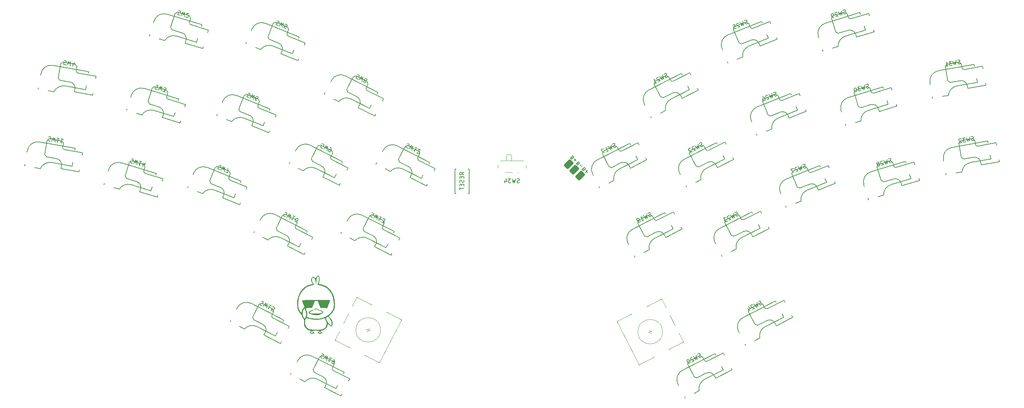
<source format=gbr>
%TF.GenerationSoftware,KiCad,Pcbnew,(6.0.4)*%
%TF.CreationDate,2022-08-21T15:28:52+02:00*%
%TF.ProjectId,Asfoora,4173666f-6f72-4612-9e6b-696361645f70,rev?*%
%TF.SameCoordinates,Original*%
%TF.FileFunction,Legend,Bot*%
%TF.FilePolarity,Positive*%
%FSLAX46Y46*%
G04 Gerber Fmt 4.6, Leading zero omitted, Abs format (unit mm)*
G04 Created by KiCad (PCBNEW (6.0.4)) date 2022-08-21 15:28:52*
%MOMM*%
%LPD*%
G01*
G04 APERTURE LIST*
G04 Aperture macros list*
%AMRoundRect*
0 Rectangle with rounded corners*
0 $1 Rounding radius*
0 $2 $3 $4 $5 $6 $7 $8 $9 X,Y pos of 4 corners*
0 Add a 4 corners polygon primitive as box body*
4,1,4,$2,$3,$4,$5,$6,$7,$8,$9,$2,$3,0*
0 Add four circle primitives for the rounded corners*
1,1,$1+$1,$2,$3*
1,1,$1+$1,$4,$5*
1,1,$1+$1,$6,$7*
1,1,$1+$1,$8,$9*
0 Add four rect primitives between the rounded corners*
20,1,$1+$1,$2,$3,$4,$5,0*
20,1,$1+$1,$4,$5,$6,$7,0*
20,1,$1+$1,$6,$7,$8,$9,0*
20,1,$1+$1,$8,$9,$2,$3,0*%
G04 Aperture macros list end*
%ADD10C,0.150000*%
%ADD11C,0.120000*%
%ADD12RoundRect,0.375000X0.795495X0.265165X0.265165X0.795495X-0.795495X-0.265165X-0.265165X-0.795495X0*%
G04 APERTURE END LIST*
D10*
%TO.C,SW11*%
X40056886Y-66099827D02*
X40205841Y-66077739D01*
X40440319Y-66119083D01*
X40525842Y-66182517D01*
X40564468Y-66237682D01*
X40594826Y-66339742D01*
X40578288Y-66433533D01*
X40514855Y-66519055D01*
X40459690Y-66557682D01*
X40357630Y-66588039D01*
X40161778Y-66601859D01*
X40059718Y-66632217D01*
X40004554Y-66670844D01*
X39941120Y-66756366D01*
X39924582Y-66850157D01*
X39954940Y-66952217D01*
X39993567Y-67007382D01*
X40079089Y-67070815D01*
X40313567Y-67112160D01*
X40462523Y-67090071D01*
X40782523Y-67194850D02*
X41190649Y-66251387D01*
X41254197Y-66987897D01*
X41565814Y-66317538D01*
X41626644Y-67343691D01*
X42691309Y-66515994D02*
X42128561Y-66416766D01*
X42409935Y-66466380D02*
X42236287Y-67451188D01*
X42167302Y-67293963D01*
X42090049Y-67183634D01*
X42004527Y-67120200D01*
X43629221Y-66681373D02*
X43066473Y-66582145D01*
X43347847Y-66631759D02*
X43174199Y-67616567D01*
X43105215Y-67459342D01*
X43027961Y-67349013D01*
X42942439Y-67285579D01*
%TO.C,SW24*%
X214229548Y-106987443D02*
X214123880Y-107094728D01*
X213911736Y-107202821D01*
X213805259Y-107203629D01*
X213741212Y-107182819D01*
X213655546Y-107119580D01*
X213612309Y-107034722D01*
X213611500Y-106928246D01*
X213632310Y-106864198D01*
X213695550Y-106778532D01*
X213843647Y-106649629D01*
X213906886Y-106563963D01*
X213927696Y-106499915D01*
X213926888Y-106393439D01*
X213883651Y-106308581D01*
X213797984Y-106245342D01*
X213733937Y-106224532D01*
X213627461Y-106225340D01*
X213415316Y-106333433D01*
X213309648Y-106440718D01*
X212991027Y-106549619D02*
X213232874Y-107548719D01*
X212738879Y-106998760D01*
X212893442Y-107721667D01*
X212227308Y-106938754D01*
X211973543Y-107174942D02*
X211909495Y-107154131D01*
X211803019Y-107154940D01*
X211590874Y-107263033D01*
X211527635Y-107348699D01*
X211506825Y-107412746D01*
X211507633Y-107519223D01*
X211550870Y-107604080D01*
X211658155Y-107709748D01*
X212426725Y-107959472D01*
X211875149Y-108240514D01*
X210808769Y-108035644D02*
X211111429Y-108629648D01*
X210847965Y-107588120D02*
X211384388Y-108116460D01*
X210832813Y-108397502D01*
%TO.C,SW20*%
X199456879Y-119845544D02*
X199351211Y-119952829D01*
X199139067Y-120060922D01*
X199032590Y-120061730D01*
X198968543Y-120040920D01*
X198882877Y-119977681D01*
X198839640Y-119892823D01*
X198838831Y-119786347D01*
X198859641Y-119722299D01*
X198922881Y-119636633D01*
X199070978Y-119507730D01*
X199134217Y-119422064D01*
X199155027Y-119358016D01*
X199154219Y-119251540D01*
X199110982Y-119166682D01*
X199025315Y-119103443D01*
X198961268Y-119082633D01*
X198854792Y-119083441D01*
X198642647Y-119191534D01*
X198536979Y-119298819D01*
X198218358Y-119407720D02*
X198460205Y-120406820D01*
X197966210Y-119856861D01*
X198120773Y-120579768D01*
X197454639Y-119796855D01*
X197200874Y-120033043D02*
X197136826Y-120012232D01*
X197030350Y-120013041D01*
X196818205Y-120121134D01*
X196754966Y-120206800D01*
X196734156Y-120270847D01*
X196734964Y-120377324D01*
X196778201Y-120462181D01*
X196885486Y-120567849D01*
X197654056Y-120817573D01*
X197102480Y-121098615D01*
X196096914Y-120488650D02*
X196012057Y-120531887D01*
X195948817Y-120617553D01*
X195928007Y-120681601D01*
X195928815Y-120788077D01*
X195972861Y-120979411D01*
X196080954Y-121191555D01*
X196209857Y-121339652D01*
X196295523Y-121402892D01*
X196359571Y-121423702D01*
X196466047Y-121422894D01*
X196550905Y-121379656D01*
X196614144Y-121293990D01*
X196634954Y-121229943D01*
X196634146Y-121123466D01*
X196590100Y-120932132D01*
X196482007Y-120719988D01*
X196353104Y-120571891D01*
X196267438Y-120508652D01*
X196203391Y-120487841D01*
X196096914Y-120488650D01*
%TO.C,SW22*%
X199848219Y-68299721D02*
X199742551Y-68407006D01*
X199530407Y-68515099D01*
X199423930Y-68515907D01*
X199359883Y-68495097D01*
X199274217Y-68431858D01*
X199230980Y-68347000D01*
X199230171Y-68240524D01*
X199250981Y-68176476D01*
X199314221Y-68090810D01*
X199462318Y-67961907D01*
X199525557Y-67876241D01*
X199546367Y-67812193D01*
X199545559Y-67705717D01*
X199502322Y-67620859D01*
X199416655Y-67557620D01*
X199352608Y-67536810D01*
X199246132Y-67537618D01*
X199033987Y-67645711D01*
X198928319Y-67752996D01*
X198609698Y-67861897D02*
X198851545Y-68860997D01*
X198357550Y-68311038D01*
X198512113Y-69033945D01*
X197845979Y-68251032D01*
X197592214Y-68487220D02*
X197528166Y-68466409D01*
X197421690Y-68467218D01*
X197209545Y-68575311D01*
X197146306Y-68660977D01*
X197125496Y-68725024D01*
X197126304Y-68831501D01*
X197169541Y-68916358D01*
X197276826Y-69022026D01*
X198045396Y-69271750D01*
X197493820Y-69552792D01*
X196743636Y-68919592D02*
X196679588Y-68898781D01*
X196573112Y-68899590D01*
X196360968Y-69007683D01*
X196297728Y-69093349D01*
X196276918Y-69157396D01*
X196277727Y-69263873D01*
X196320964Y-69348730D01*
X196428248Y-69454398D01*
X197196818Y-69704122D01*
X196645243Y-69985163D01*
%TO.C,SW5*%
X95877965Y-37765531D02*
X96028258Y-37774895D01*
X96249016Y-37864087D01*
X96319481Y-37943915D01*
X96345794Y-38005905D01*
X96354269Y-38112047D01*
X96318592Y-38200350D01*
X96238764Y-38270815D01*
X96176774Y-38297128D01*
X96070632Y-38305603D01*
X95876187Y-38278401D01*
X95770046Y-38286876D01*
X95708056Y-38313189D01*
X95628227Y-38383654D01*
X95592550Y-38471957D01*
X95601025Y-38578099D01*
X95627338Y-38640089D01*
X95697803Y-38719917D01*
X95918561Y-38809109D01*
X96068854Y-38818473D01*
X96360077Y-38987493D02*
X96955442Y-38149502D01*
X96864472Y-38883129D01*
X97308655Y-38292209D01*
X97154806Y-39308585D01*
X97949535Y-39629676D02*
X97508019Y-39451292D01*
X97642252Y-38991937D01*
X97668565Y-39053927D01*
X97739030Y-39133756D01*
X97959788Y-39222948D01*
X98065929Y-39214473D01*
X98127919Y-39188160D01*
X98207748Y-39117695D01*
X98296940Y-38896937D01*
X98288465Y-38790795D01*
X98262152Y-38728805D01*
X98191687Y-38648977D01*
X97970929Y-38559785D01*
X97864787Y-38568260D01*
X97802797Y-38594573D01*
%TO.C,SW8*%
X115463158Y-50867682D02*
X115612063Y-50890109D01*
X115824208Y-50998202D01*
X115887447Y-51083868D01*
X115908257Y-51147916D01*
X115907449Y-51254392D01*
X115864211Y-51339250D01*
X115778545Y-51402489D01*
X115714498Y-51423299D01*
X115608022Y-51422491D01*
X115416687Y-51378446D01*
X115310211Y-51377637D01*
X115246164Y-51398448D01*
X115160498Y-51461687D01*
X115117260Y-51546544D01*
X115116452Y-51653021D01*
X115137262Y-51717068D01*
X115200501Y-51802734D01*
X115412646Y-51910827D01*
X115561551Y-51933254D01*
X115836935Y-52127013D02*
X116503070Y-51344100D01*
X116348506Y-52067007D01*
X116842501Y-51517049D01*
X116600655Y-52516148D01*
X117261940Y-52372093D02*
X117155463Y-52371284D01*
X117091416Y-52392095D01*
X117005750Y-52455334D01*
X116984131Y-52497763D01*
X116983323Y-52604239D01*
X117004133Y-52668286D01*
X117067372Y-52753953D01*
X117237088Y-52840427D01*
X117343564Y-52841235D01*
X117407612Y-52820425D01*
X117493278Y-52757186D01*
X117514896Y-52714757D01*
X117515705Y-52608281D01*
X117494894Y-52544233D01*
X117431655Y-52458567D01*
X117261940Y-52372093D01*
X117198700Y-52286427D01*
X117177890Y-52222379D01*
X117178699Y-52115903D01*
X117265173Y-51946187D01*
X117350839Y-51882948D01*
X117414886Y-51862138D01*
X117521363Y-51862946D01*
X117691078Y-51949420D01*
X117754317Y-52035086D01*
X117775128Y-52099134D01*
X117774319Y-52205610D01*
X117687845Y-52375326D01*
X117602179Y-52438565D01*
X117538132Y-52459375D01*
X117431655Y-52458567D01*
%TO.C,SW33*%
X141422380Y-75382619D02*
X140946190Y-75049285D01*
X141422380Y-74811190D02*
X140422380Y-74811190D01*
X140422380Y-75192142D01*
X140470000Y-75287380D01*
X140517619Y-75335000D01*
X140612857Y-75382619D01*
X140755714Y-75382619D01*
X140850952Y-75335000D01*
X140898571Y-75287380D01*
X140946190Y-75192142D01*
X140946190Y-74811190D01*
X140898571Y-75811190D02*
X140898571Y-76144523D01*
X141422380Y-76287380D02*
X141422380Y-75811190D01*
X140422380Y-75811190D01*
X140422380Y-76287380D01*
X141374761Y-76668333D02*
X141422380Y-76811190D01*
X141422380Y-77049285D01*
X141374761Y-77144523D01*
X141327142Y-77192142D01*
X141231904Y-77239761D01*
X141136666Y-77239761D01*
X141041428Y-77192142D01*
X140993809Y-77144523D01*
X140946190Y-77049285D01*
X140898571Y-76858809D01*
X140850952Y-76763571D01*
X140803333Y-76715952D01*
X140708095Y-76668333D01*
X140612857Y-76668333D01*
X140517619Y-76715952D01*
X140470000Y-76763571D01*
X140422380Y-76858809D01*
X140422380Y-77096904D01*
X140470000Y-77239761D01*
X140898571Y-77668333D02*
X140898571Y-78001666D01*
X141422380Y-78144523D02*
X141422380Y-77668333D01*
X140422380Y-77668333D01*
X140422380Y-78144523D01*
X140422380Y-78430238D02*
X140422380Y-79001666D01*
X141422380Y-78715952D02*
X140422380Y-78715952D01*
%TO.C,SW30*%
X240351231Y-54075436D02*
X240228538Y-54162741D01*
X240000847Y-54232354D01*
X239895847Y-54214660D01*
X239836387Y-54183044D01*
X239763003Y-54105890D01*
X239735158Y-54014814D01*
X239752852Y-53909815D01*
X239784468Y-53850354D01*
X239861622Y-53776970D01*
X240029853Y-53675742D01*
X240107007Y-53602359D01*
X240138623Y-53542898D01*
X240156316Y-53437899D01*
X240128471Y-53346823D01*
X240055088Y-53269668D01*
X239995627Y-53238052D01*
X239890628Y-53220359D01*
X239662937Y-53289971D01*
X239540244Y-53377277D01*
X239207553Y-53429196D02*
X239272233Y-54455113D01*
X238881243Y-53827728D01*
X238907927Y-54566493D01*
X238387864Y-53679800D01*
X238114634Y-53763335D02*
X237522635Y-53944327D01*
X237952783Y-54211176D01*
X237816168Y-54252944D01*
X237739014Y-54326327D01*
X237707398Y-54385788D01*
X237689705Y-54490787D01*
X237759317Y-54718479D01*
X237832700Y-54795633D01*
X237892161Y-54827249D01*
X237997160Y-54844942D01*
X238270390Y-54761407D01*
X238347544Y-54688024D01*
X238379160Y-54628563D01*
X236930637Y-54125319D02*
X236839561Y-54153164D01*
X236762406Y-54226547D01*
X236730791Y-54286008D01*
X236713097Y-54391007D01*
X236723249Y-54587083D01*
X236792861Y-54814775D01*
X236894089Y-54983005D01*
X236967472Y-55060160D01*
X237026933Y-55091775D01*
X237131932Y-55109469D01*
X237223009Y-55081624D01*
X237300163Y-55008241D01*
X237331779Y-54948780D01*
X237349472Y-54843781D01*
X237339321Y-54647705D01*
X237269709Y-54420013D01*
X237168480Y-54251783D01*
X237095097Y-54174628D01*
X237035636Y-54143013D01*
X236930637Y-54125319D01*
%TO.C,SW19*%
X106804389Y-119126443D02*
X106953294Y-119148870D01*
X107165439Y-119256963D01*
X107228678Y-119342629D01*
X107249488Y-119406677D01*
X107248680Y-119513153D01*
X107205443Y-119598011D01*
X107119777Y-119661250D01*
X107055729Y-119682060D01*
X106949253Y-119681252D01*
X106757919Y-119637207D01*
X106651442Y-119636398D01*
X106587395Y-119657209D01*
X106501729Y-119720448D01*
X106458492Y-119805305D01*
X106457683Y-119911782D01*
X106478493Y-119975829D01*
X106541733Y-120061495D01*
X106753877Y-120169588D01*
X106902782Y-120192015D01*
X107178166Y-120385774D02*
X107844301Y-119602861D01*
X107689737Y-120325768D01*
X108183732Y-119775810D01*
X107941886Y-120774909D01*
X109202025Y-120294656D02*
X108692878Y-120035233D01*
X108947452Y-120164944D02*
X108493461Y-121055951D01*
X108473459Y-120885427D01*
X108431839Y-120757332D01*
X108368600Y-120671666D01*
X109626314Y-120510842D02*
X109796029Y-120597316D01*
X109859269Y-120682982D01*
X109880079Y-120747030D01*
X109900081Y-120917554D01*
X109856035Y-121108888D01*
X109683087Y-121448319D01*
X109597420Y-121511558D01*
X109533373Y-121532368D01*
X109426897Y-121531560D01*
X109257181Y-121445086D01*
X109193942Y-121359419D01*
X109173132Y-121295372D01*
X109173940Y-121188896D01*
X109282033Y-120976751D01*
X109367699Y-120913512D01*
X109431746Y-120892702D01*
X109538223Y-120893510D01*
X109707938Y-120979984D01*
X109771178Y-121065650D01*
X109791988Y-121129698D01*
X109791180Y-121236174D01*
%TO.C,SW25*%
X210760730Y-38335918D02*
X210646114Y-38433584D01*
X210425356Y-38522777D01*
X210319214Y-38514302D01*
X210257224Y-38487989D01*
X210177396Y-38417524D01*
X210141719Y-38329221D01*
X210150194Y-38223079D01*
X210176507Y-38161089D01*
X210246972Y-38081260D01*
X210405740Y-37965755D01*
X210476205Y-37885927D01*
X210502518Y-37823937D01*
X210510993Y-37717795D01*
X210475316Y-37629492D01*
X210395487Y-37559027D01*
X210333497Y-37532714D01*
X210227356Y-37524239D01*
X210006598Y-37613431D01*
X209891981Y-37711098D01*
X209565081Y-37791815D02*
X209718930Y-38808191D01*
X209274747Y-38217271D01*
X209365717Y-38950898D01*
X208770352Y-38112907D01*
X208496968Y-38326079D02*
X208434978Y-38299765D01*
X208328836Y-38291291D01*
X208108078Y-38380483D01*
X208037613Y-38460311D01*
X208011300Y-38522301D01*
X208002825Y-38628443D01*
X208038502Y-38716746D01*
X208136169Y-38831362D01*
X208880049Y-39147121D01*
X208306078Y-39379020D01*
X207092591Y-38790766D02*
X207534107Y-38612382D01*
X207756643Y-39036060D01*
X207694653Y-39009747D01*
X207588511Y-39001272D01*
X207367753Y-39090464D01*
X207297288Y-39170292D01*
X207270975Y-39232282D01*
X207262500Y-39338424D01*
X207351692Y-39559182D01*
X207431521Y-39629647D01*
X207493511Y-39655960D01*
X207599653Y-39664435D01*
X207820411Y-39575243D01*
X207890875Y-39495414D01*
X207917189Y-39433424D01*
%TO.C,SW6*%
X88760440Y-55382024D02*
X88910733Y-55391388D01*
X89131491Y-55480580D01*
X89201956Y-55560408D01*
X89228269Y-55622398D01*
X89236744Y-55728540D01*
X89201067Y-55816843D01*
X89121239Y-55887308D01*
X89059249Y-55913621D01*
X88953107Y-55922096D01*
X88758662Y-55894894D01*
X88652521Y-55903369D01*
X88590531Y-55929682D01*
X88510702Y-56000147D01*
X88475025Y-56088450D01*
X88483500Y-56194592D01*
X88509813Y-56256582D01*
X88580278Y-56336410D01*
X88801036Y-56425602D01*
X88951329Y-56434966D01*
X89242552Y-56603986D02*
X89837917Y-55765995D01*
X89746947Y-56499622D01*
X90191130Y-55908702D01*
X90037281Y-56925078D01*
X90787859Y-57228331D02*
X90611252Y-57156977D01*
X90540787Y-57077149D01*
X90514474Y-57015159D01*
X90479686Y-56847027D01*
X90506888Y-56652582D01*
X90649596Y-56299369D01*
X90729424Y-56228904D01*
X90791414Y-56202591D01*
X90897556Y-56194116D01*
X91074162Y-56265470D01*
X91144627Y-56345298D01*
X91170940Y-56407288D01*
X91179415Y-56513430D01*
X91090223Y-56734188D01*
X91010394Y-56804653D01*
X90948404Y-56830966D01*
X90842263Y-56839441D01*
X90665656Y-56768087D01*
X90595191Y-56688259D01*
X90568878Y-56626269D01*
X90560403Y-56520127D01*
%TO.C,SW10*%
X97787230Y-84509744D02*
X97936135Y-84532171D01*
X98148280Y-84640264D01*
X98211519Y-84725930D01*
X98232329Y-84789978D01*
X98231521Y-84896454D01*
X98188284Y-84981312D01*
X98102618Y-85044551D01*
X98038570Y-85065361D01*
X97932094Y-85064553D01*
X97740760Y-85020508D01*
X97634283Y-85019699D01*
X97570236Y-85040510D01*
X97484570Y-85103749D01*
X97441333Y-85188606D01*
X97440524Y-85295083D01*
X97461334Y-85359130D01*
X97524574Y-85444796D01*
X97736718Y-85552889D01*
X97885623Y-85575316D01*
X98161007Y-85769075D02*
X98827142Y-84986162D01*
X98672578Y-85709069D01*
X99166573Y-85159111D01*
X98924727Y-86158210D01*
X100184866Y-85677957D02*
X99675719Y-85418534D01*
X99930293Y-85548245D02*
X99476302Y-86439252D01*
X99456300Y-86268728D01*
X99414680Y-86140633D01*
X99351441Y-86054967D01*
X100282451Y-86850005D02*
X100367309Y-86893242D01*
X100473785Y-86894051D01*
X100537833Y-86873240D01*
X100623499Y-86810001D01*
X100752402Y-86661904D01*
X100860495Y-86449760D01*
X100904540Y-86258426D01*
X100905349Y-86151949D01*
X100884538Y-86087902D01*
X100821299Y-86002236D01*
X100736441Y-85958999D01*
X100629965Y-85958190D01*
X100565918Y-85979001D01*
X100480252Y-86042240D01*
X100351348Y-86190337D01*
X100243255Y-86402481D01*
X100199210Y-86593815D01*
X100198402Y-86700292D01*
X100219212Y-86764339D01*
X100282451Y-86850005D01*
%TO.C,SW32*%
X265977567Y-66896595D02*
X265845149Y-66968297D01*
X265610671Y-67009642D01*
X265508611Y-66979284D01*
X265453446Y-66940658D01*
X265390013Y-66855135D01*
X265373475Y-66761344D01*
X265403832Y-66659284D01*
X265442459Y-66604119D01*
X265527981Y-66540686D01*
X265707295Y-66460714D01*
X265792817Y-66397281D01*
X265831444Y-66342116D01*
X265861801Y-66240056D01*
X265845263Y-66146265D01*
X265781830Y-66060743D01*
X265726665Y-66022116D01*
X265624605Y-65991758D01*
X265390127Y-66033103D01*
X265257709Y-66104806D01*
X264921171Y-66115793D02*
X264860341Y-67141945D01*
X264548724Y-66471587D01*
X264485176Y-67208097D01*
X264077050Y-66264634D01*
X263795676Y-66314248D02*
X263186034Y-66421744D01*
X263580454Y-66739026D01*
X263439768Y-66763833D01*
X263354245Y-66827267D01*
X263315619Y-66882431D01*
X263285261Y-66984492D01*
X263326606Y-67218970D01*
X263390039Y-67304492D01*
X263445204Y-67343119D01*
X263547264Y-67373476D01*
X263828638Y-67323862D01*
X263914160Y-67260429D01*
X263952787Y-67205264D01*
X262827407Y-66581687D02*
X262772242Y-66543061D01*
X262670182Y-66512703D01*
X262435704Y-66554048D01*
X262350182Y-66617481D01*
X262311555Y-66672646D01*
X262281197Y-66774706D01*
X262297735Y-66868497D01*
X262369438Y-67000915D01*
X263031412Y-67464435D01*
X262421770Y-67571931D01*
%TO.C,SW27*%
X224995780Y-73568904D02*
X224881164Y-73666570D01*
X224660406Y-73755763D01*
X224554264Y-73747288D01*
X224492274Y-73720975D01*
X224412446Y-73650510D01*
X224376769Y-73562207D01*
X224385244Y-73456065D01*
X224411557Y-73394075D01*
X224482022Y-73314246D01*
X224640790Y-73198741D01*
X224711255Y-73118913D01*
X224737568Y-73056923D01*
X224746043Y-72950781D01*
X224710366Y-72862478D01*
X224630537Y-72792013D01*
X224568547Y-72765700D01*
X224462406Y-72757225D01*
X224241648Y-72846417D01*
X224127031Y-72944084D01*
X223800131Y-73024801D02*
X223953980Y-74041177D01*
X223509797Y-73450257D01*
X223600767Y-74183884D01*
X223005402Y-73345893D01*
X222732018Y-73559065D02*
X222670028Y-73532751D01*
X222563886Y-73524277D01*
X222343128Y-73613469D01*
X222272663Y-73693297D01*
X222246350Y-73755287D01*
X222237875Y-73861429D01*
X222273552Y-73949732D01*
X222371219Y-74064348D01*
X223115099Y-74380107D01*
X222541128Y-74612006D01*
X221857460Y-73809691D02*
X221239338Y-74059429D01*
X222011309Y-74826067D01*
%TO.C,SW14*%
X60224455Y-71472484D02*
X60374993Y-71468713D01*
X60602684Y-71538326D01*
X60679838Y-71611709D01*
X60711454Y-71671170D01*
X60729148Y-71776169D01*
X60701303Y-71867245D01*
X60627920Y-71944400D01*
X60568459Y-71976015D01*
X60463460Y-71993709D01*
X60267384Y-71983557D01*
X60162385Y-72001251D01*
X60102924Y-72032867D01*
X60029541Y-72110021D01*
X60001696Y-72201097D01*
X60019389Y-72306096D01*
X60051005Y-72365557D01*
X60128159Y-72438940D01*
X60355851Y-72508553D01*
X60506388Y-72504782D01*
X60811234Y-72647777D02*
X61331297Y-71761085D01*
X61304614Y-72499850D01*
X61695604Y-71872465D01*
X61630924Y-72898382D01*
X62788524Y-72206604D02*
X62242064Y-72039534D01*
X62515294Y-72123069D02*
X62222922Y-73079374D01*
X62173613Y-72914914D01*
X62110381Y-72795992D01*
X62033227Y-72722609D01*
X63413299Y-73094745D02*
X63608213Y-72457208D01*
X63074228Y-73389439D02*
X63055373Y-72636752D01*
X63647371Y-72817744D01*
%TO.C,SW2*%
X71789962Y-35272128D02*
X71940500Y-35268357D01*
X72168191Y-35337969D01*
X72245346Y-35411352D01*
X72276961Y-35470813D01*
X72294655Y-35575812D01*
X72266810Y-35666889D01*
X72193427Y-35744043D01*
X72133966Y-35775659D01*
X72028967Y-35793352D01*
X71832891Y-35783201D01*
X71727892Y-35800894D01*
X71668431Y-35832510D01*
X71595048Y-35909664D01*
X71567203Y-36000741D01*
X71584896Y-36105740D01*
X71616512Y-36165201D01*
X71693666Y-36238584D01*
X71921358Y-36308196D01*
X72071896Y-36304425D01*
X72376741Y-36447421D02*
X72896805Y-35560729D01*
X72870121Y-36299493D01*
X73261111Y-35672108D01*
X73196431Y-36698025D01*
X73543044Y-36704406D02*
X73574660Y-36763867D01*
X73651814Y-36837250D01*
X73879506Y-36906862D01*
X73984505Y-36889169D01*
X74043966Y-36857553D01*
X74117349Y-36780399D01*
X74145194Y-36689322D01*
X74141423Y-36538785D01*
X73762033Y-35825255D01*
X74354031Y-36006247D01*
%TO.C,SW15*%
X92031720Y-106268342D02*
X92180625Y-106290769D01*
X92392770Y-106398862D01*
X92456009Y-106484528D01*
X92476819Y-106548576D01*
X92476011Y-106655052D01*
X92432774Y-106739910D01*
X92347108Y-106803149D01*
X92283060Y-106823959D01*
X92176584Y-106823151D01*
X91985250Y-106779106D01*
X91878773Y-106778297D01*
X91814726Y-106799108D01*
X91729060Y-106862347D01*
X91685823Y-106947204D01*
X91685014Y-107053681D01*
X91705824Y-107117728D01*
X91769064Y-107203394D01*
X91981208Y-107311487D01*
X92130113Y-107333914D01*
X92405497Y-107527673D02*
X93071632Y-106744760D01*
X92917068Y-107467667D01*
X93411063Y-106917709D01*
X93169217Y-107916808D01*
X94429356Y-107436555D02*
X93920209Y-107177132D01*
X94174783Y-107306843D02*
X93720792Y-108197850D01*
X93700790Y-108027326D01*
X93659170Y-107899231D01*
X93595931Y-107813565D01*
X94781514Y-108738315D02*
X94357225Y-108522129D01*
X94530983Y-108076221D01*
X94551793Y-108140269D01*
X94615032Y-108225935D01*
X94827176Y-108334028D01*
X94933653Y-108334836D01*
X94997700Y-108314026D01*
X95083366Y-108250787D01*
X95191459Y-108038642D01*
X95192268Y-107932166D01*
X95171457Y-107868118D01*
X95108218Y-107782452D01*
X94896074Y-107674359D01*
X94789597Y-107673551D01*
X94725550Y-107694361D01*
%TO.C,U1*%
%TO.C,SW18*%
X187232005Y-85390102D02*
X187126337Y-85497387D01*
X186914193Y-85605480D01*
X186807716Y-85606288D01*
X186743669Y-85585478D01*
X186658003Y-85522239D01*
X186614766Y-85437381D01*
X186613957Y-85330905D01*
X186634767Y-85266857D01*
X186698007Y-85181191D01*
X186846104Y-85052288D01*
X186909343Y-84966622D01*
X186930153Y-84902574D01*
X186929345Y-84796098D01*
X186886108Y-84711240D01*
X186800441Y-84648001D01*
X186736394Y-84627191D01*
X186629918Y-84627999D01*
X186417773Y-84736092D01*
X186312105Y-84843377D01*
X185993484Y-84952278D02*
X186235331Y-85951378D01*
X185741336Y-85401419D01*
X185895899Y-86124326D01*
X185229765Y-85341413D01*
X184877606Y-86643173D02*
X185386753Y-86383749D01*
X185132180Y-86513461D02*
X184678189Y-85622454D01*
X184827903Y-85706504D01*
X184955998Y-85748125D01*
X185062474Y-85747316D01*
X184109037Y-86393449D02*
X184172276Y-86307783D01*
X184193086Y-86243736D01*
X184192278Y-86137259D01*
X184170659Y-86094830D01*
X184084993Y-86031591D01*
X184020946Y-86010781D01*
X183914469Y-86011589D01*
X183744754Y-86098064D01*
X183681514Y-86183730D01*
X183660704Y-86247777D01*
X183661513Y-86354254D01*
X183683131Y-86396682D01*
X183768797Y-86459922D01*
X183832845Y-86480732D01*
X183939321Y-86479924D01*
X184109037Y-86393449D01*
X184215513Y-86392641D01*
X184279560Y-86413451D01*
X184365226Y-86476690D01*
X184451701Y-86646406D01*
X184452509Y-86752882D01*
X184431699Y-86816930D01*
X184368460Y-86902596D01*
X184198744Y-86989070D01*
X184092268Y-86989878D01*
X184028220Y-86969068D01*
X183942554Y-86905829D01*
X183856080Y-86736113D01*
X183855272Y-86629637D01*
X183876082Y-86565590D01*
X183939321Y-86479924D01*
%TO.C,SW4*%
X43816120Y-47454094D02*
X43965075Y-47432005D01*
X44199553Y-47473350D01*
X44285076Y-47536784D01*
X44323702Y-47591948D01*
X44354060Y-47694008D01*
X44337522Y-47787800D01*
X44274089Y-47873322D01*
X44218924Y-47911948D01*
X44116864Y-47942306D01*
X43921012Y-47956126D01*
X43818952Y-47986484D01*
X43763788Y-48025110D01*
X43700354Y-48110632D01*
X43683816Y-48204424D01*
X43714174Y-48306484D01*
X43752801Y-48361648D01*
X43838323Y-48425082D01*
X44072801Y-48466427D01*
X44221757Y-48444338D01*
X44541757Y-48549116D02*
X44949883Y-47605653D01*
X45013431Y-48342163D01*
X45325048Y-47671805D01*
X45385878Y-48697958D01*
X46240986Y-48510261D02*
X46356751Y-47853722D01*
X45940356Y-48844081D02*
X45829913Y-48099302D01*
X46439556Y-48206798D01*
%TO.C,SW7*%
X81642915Y-72998517D02*
X81793208Y-73007881D01*
X82013966Y-73097073D01*
X82084431Y-73176901D01*
X82110744Y-73238891D01*
X82119219Y-73345033D01*
X82083542Y-73433336D01*
X82003714Y-73503801D01*
X81941724Y-73530114D01*
X81835582Y-73538589D01*
X81641137Y-73511387D01*
X81534996Y-73519862D01*
X81473006Y-73546175D01*
X81393177Y-73616640D01*
X81357500Y-73704943D01*
X81365975Y-73811085D01*
X81392288Y-73873075D01*
X81462753Y-73952903D01*
X81683511Y-74042095D01*
X81833804Y-74051459D01*
X82125027Y-74220479D02*
X82720392Y-73382488D01*
X82629422Y-74116115D01*
X83073605Y-73525195D01*
X82919756Y-74541571D01*
X83184666Y-74648601D02*
X83802789Y-74898339D01*
X83780031Y-73810609D01*
%TO.C,SW29*%
X234796169Y-35905645D02*
X234673476Y-35992950D01*
X234445785Y-36062563D01*
X234340785Y-36044869D01*
X234281325Y-36013253D01*
X234207941Y-35936099D01*
X234180096Y-35845023D01*
X234197790Y-35740024D01*
X234229406Y-35680563D01*
X234306560Y-35607179D01*
X234474791Y-35505951D01*
X234551945Y-35432568D01*
X234583561Y-35373107D01*
X234601254Y-35268108D01*
X234573409Y-35177032D01*
X234500026Y-35099877D01*
X234440565Y-35068261D01*
X234335566Y-35050568D01*
X234107875Y-35120180D01*
X233985182Y-35207486D01*
X233652491Y-35259405D02*
X233717171Y-36285322D01*
X233326181Y-35657937D01*
X233352865Y-36396702D01*
X232832802Y-35510009D01*
X232541878Y-35698543D02*
X232482417Y-35666927D01*
X232377418Y-35649234D01*
X232149727Y-35718846D01*
X232072573Y-35792230D01*
X232040957Y-35851690D01*
X232023263Y-35956689D01*
X232051108Y-36047766D01*
X232138414Y-36170459D01*
X232851943Y-36549849D01*
X232259945Y-36730841D01*
X231804562Y-36870065D02*
X231622409Y-36925755D01*
X231517409Y-36908062D01*
X231457949Y-36876446D01*
X231325105Y-36767676D01*
X231223877Y-36599445D01*
X231112497Y-36235139D01*
X231130190Y-36130140D01*
X231161806Y-36070679D01*
X231238960Y-35997296D01*
X231421114Y-35941606D01*
X231526113Y-35959299D01*
X231585573Y-35990915D01*
X231658957Y-36068069D01*
X231728569Y-36295761D01*
X231710876Y-36400760D01*
X231679260Y-36460221D01*
X231602106Y-36533604D01*
X231419952Y-36589294D01*
X231314953Y-36571600D01*
X231255492Y-36539984D01*
X231182109Y-36462830D01*
%TO.C,SW9*%
X106837338Y-67796806D02*
X106986243Y-67819233D01*
X107198388Y-67927326D01*
X107261627Y-68012992D01*
X107282437Y-68077040D01*
X107281629Y-68183516D01*
X107238391Y-68268374D01*
X107152725Y-68331613D01*
X107088678Y-68352423D01*
X106982202Y-68351615D01*
X106790867Y-68307570D01*
X106684391Y-68306761D01*
X106620344Y-68327572D01*
X106534678Y-68390811D01*
X106491440Y-68475668D01*
X106490632Y-68582145D01*
X106511442Y-68646192D01*
X106574681Y-68731858D01*
X106786826Y-68839951D01*
X106935731Y-68862378D01*
X107211115Y-69056137D02*
X107877250Y-68273224D01*
X107722686Y-68996131D01*
X108216681Y-68446173D01*
X107974835Y-69445272D01*
X108810685Y-68748833D02*
X108980401Y-68835307D01*
X109043640Y-68920973D01*
X109064450Y-68985021D01*
X109084452Y-69155545D01*
X109040406Y-69346879D01*
X108867458Y-69686310D01*
X108781792Y-69749549D01*
X108717744Y-69770359D01*
X108611268Y-69769551D01*
X108441552Y-69683077D01*
X108378313Y-69597410D01*
X108357503Y-69533363D01*
X108358311Y-69426887D01*
X108466404Y-69214742D01*
X108552070Y-69151503D01*
X108616118Y-69130693D01*
X108722594Y-69131501D01*
X108892310Y-69217975D01*
X108955549Y-69303642D01*
X108976359Y-69367689D01*
X108975551Y-69474165D01*
%TO.C,SW12*%
X127655083Y-67741877D02*
X127803988Y-67764304D01*
X128016133Y-67872397D01*
X128079372Y-67958063D01*
X128100182Y-68022111D01*
X128099374Y-68128587D01*
X128056137Y-68213445D01*
X127970471Y-68276684D01*
X127906423Y-68297494D01*
X127799947Y-68296686D01*
X127608613Y-68252641D01*
X127502136Y-68251832D01*
X127438089Y-68272643D01*
X127352423Y-68335882D01*
X127309186Y-68420739D01*
X127308377Y-68527216D01*
X127329187Y-68591263D01*
X127392427Y-68676929D01*
X127604571Y-68785022D01*
X127753476Y-68807449D01*
X128028860Y-69001208D02*
X128694995Y-68218295D01*
X128540431Y-68941202D01*
X129034426Y-68391244D01*
X128792580Y-69390343D01*
X130052719Y-68910090D02*
X129543572Y-68650667D01*
X129798146Y-68780378D02*
X129344155Y-69671385D01*
X129324153Y-69500861D01*
X129282533Y-69372766D01*
X129219294Y-69287100D01*
X129981397Y-69889187D02*
X130002207Y-69953235D01*
X130065446Y-70038901D01*
X130277591Y-70146994D01*
X130384067Y-70147802D01*
X130448114Y-70126992D01*
X130533781Y-70063753D01*
X130577018Y-69978895D01*
X130599445Y-69829990D01*
X130349721Y-69061420D01*
X130901297Y-69342462D01*
%TO.C,SW17*%
X178606185Y-68460978D02*
X178500517Y-68568263D01*
X178288373Y-68676356D01*
X178181896Y-68677164D01*
X178117849Y-68656354D01*
X178032183Y-68593115D01*
X177988946Y-68508257D01*
X177988137Y-68401781D01*
X178008947Y-68337733D01*
X178072187Y-68252067D01*
X178220284Y-68123164D01*
X178283523Y-68037498D01*
X178304333Y-67973450D01*
X178303525Y-67866974D01*
X178260288Y-67782116D01*
X178174621Y-67718877D01*
X178110574Y-67698067D01*
X178004098Y-67698875D01*
X177791953Y-67806968D01*
X177686285Y-67914253D01*
X177367664Y-68023154D02*
X177609511Y-69022254D01*
X177115516Y-68472295D01*
X177270079Y-69195202D01*
X176603945Y-68412289D01*
X176251786Y-69714049D02*
X176760933Y-69454625D01*
X176506360Y-69584337D02*
X176052369Y-68693330D01*
X176202083Y-68777380D01*
X176330178Y-68819001D01*
X176436654Y-68818192D01*
X175500794Y-68974372D02*
X174906789Y-69277033D01*
X175742640Y-69973472D01*
%TO.C,SW21*%
X191222399Y-51370597D02*
X191116731Y-51477882D01*
X190904587Y-51585975D01*
X190798110Y-51586783D01*
X190734063Y-51565973D01*
X190648397Y-51502734D01*
X190605160Y-51417876D01*
X190604351Y-51311400D01*
X190625161Y-51247352D01*
X190688401Y-51161686D01*
X190836498Y-51032783D01*
X190899737Y-50947117D01*
X190920547Y-50883069D01*
X190919739Y-50776593D01*
X190876502Y-50691735D01*
X190790835Y-50628496D01*
X190726788Y-50607686D01*
X190620312Y-50608494D01*
X190408167Y-50716587D01*
X190302499Y-50823872D01*
X189983878Y-50932773D02*
X190225725Y-51931873D01*
X189731730Y-51381914D01*
X189886293Y-52104821D01*
X189220159Y-51321908D01*
X188966394Y-51558096D02*
X188902346Y-51537285D01*
X188795870Y-51538094D01*
X188583725Y-51646187D01*
X188520486Y-51731853D01*
X188499676Y-51795900D01*
X188500484Y-51902377D01*
X188543721Y-51987234D01*
X188651006Y-52092902D01*
X189419576Y-52342626D01*
X188868000Y-52623668D01*
X188019423Y-53056039D02*
X188528569Y-52796616D01*
X188273996Y-52926328D02*
X187820005Y-52035321D01*
X187969719Y-52119371D01*
X188097814Y-52160991D01*
X188204290Y-52160183D01*
%TO.C,SW31*%
X262672301Y-48181429D02*
X262539883Y-48253131D01*
X262305405Y-48294476D01*
X262203345Y-48264118D01*
X262148180Y-48225492D01*
X262084747Y-48139969D01*
X262068209Y-48046178D01*
X262098566Y-47944118D01*
X262137193Y-47888953D01*
X262222715Y-47825520D01*
X262402029Y-47745548D01*
X262487551Y-47682115D01*
X262526178Y-47626950D01*
X262556535Y-47524890D01*
X262539997Y-47431099D01*
X262476564Y-47345577D01*
X262421399Y-47306950D01*
X262319339Y-47276592D01*
X262084861Y-47317937D01*
X261952443Y-47389640D01*
X261615905Y-47400627D02*
X261555075Y-48426779D01*
X261243458Y-47756421D01*
X261179910Y-48492931D01*
X260771784Y-47549468D01*
X260490410Y-47599082D02*
X259880768Y-47706578D01*
X260275188Y-48023860D01*
X260134502Y-48048667D01*
X260048979Y-48112101D01*
X260010353Y-48167265D01*
X259979995Y-48269326D01*
X260021340Y-48503804D01*
X260084773Y-48589326D01*
X260139938Y-48627953D01*
X260241998Y-48658310D01*
X260523372Y-48608696D01*
X260608894Y-48545263D01*
X260647521Y-48490098D01*
X259116504Y-48856765D02*
X259679251Y-48757538D01*
X259397877Y-48807152D02*
X259224229Y-47822344D01*
X259342827Y-47946493D01*
X259453156Y-48023746D01*
X259555216Y-48054104D01*
%TO.C,SW26*%
X217878255Y-55952411D02*
X217763639Y-56050077D01*
X217542881Y-56139270D01*
X217436739Y-56130795D01*
X217374749Y-56104482D01*
X217294921Y-56034017D01*
X217259244Y-55945714D01*
X217267719Y-55839572D01*
X217294032Y-55777582D01*
X217364497Y-55697753D01*
X217523265Y-55582248D01*
X217593730Y-55502420D01*
X217620043Y-55440430D01*
X217628518Y-55334288D01*
X217592841Y-55245985D01*
X217513012Y-55175520D01*
X217451022Y-55149207D01*
X217344881Y-55140732D01*
X217124123Y-55229924D01*
X217009506Y-55327591D01*
X216682606Y-55408308D02*
X216836455Y-56424684D01*
X216392272Y-55833764D01*
X216483242Y-56567391D01*
X215887877Y-55729400D01*
X215614493Y-55942572D02*
X215552503Y-55916258D01*
X215446361Y-55907784D01*
X215225603Y-55996976D01*
X215155138Y-56076804D01*
X215128825Y-56138794D01*
X215120350Y-56244936D01*
X215156027Y-56333239D01*
X215253694Y-56447855D01*
X215997574Y-56763614D01*
X215423603Y-56995513D01*
X214254268Y-56389421D02*
X214430874Y-56318067D01*
X214537016Y-56326542D01*
X214599006Y-56352855D01*
X214740824Y-56449633D01*
X214856330Y-56608401D01*
X214999037Y-56961614D01*
X214990562Y-57067756D01*
X214964249Y-57129746D01*
X214893784Y-57209574D01*
X214717178Y-57280928D01*
X214611036Y-57272453D01*
X214549046Y-57246140D01*
X214469217Y-57175675D01*
X214380025Y-56954917D01*
X214388500Y-56848775D01*
X214414813Y-56786785D01*
X214485278Y-56706957D01*
X214661885Y-56635603D01*
X214768026Y-56644078D01*
X214830016Y-56670391D01*
X214909845Y-56740856D01*
%TO.C,SW28*%
X245906293Y-72245226D02*
X245783600Y-72332531D01*
X245555909Y-72402144D01*
X245450909Y-72384450D01*
X245391449Y-72352834D01*
X245318065Y-72275680D01*
X245290220Y-72184604D01*
X245307914Y-72079605D01*
X245339530Y-72020144D01*
X245416684Y-71946760D01*
X245584915Y-71845532D01*
X245662069Y-71772149D01*
X245693685Y-71712688D01*
X245711378Y-71607689D01*
X245683533Y-71516613D01*
X245610150Y-71439458D01*
X245550689Y-71407842D01*
X245445690Y-71390149D01*
X245217999Y-71459761D01*
X245095306Y-71547067D01*
X244762615Y-71598986D02*
X244827295Y-72624903D01*
X244436305Y-71997518D01*
X244462989Y-72736283D01*
X243942926Y-71849590D01*
X243652002Y-72038124D02*
X243592541Y-72006508D01*
X243487542Y-71988815D01*
X243259851Y-72058427D01*
X243182697Y-72131811D01*
X243151081Y-72191271D01*
X243133387Y-72296270D01*
X243161232Y-72387347D01*
X243248538Y-72510040D01*
X243962067Y-72889430D01*
X243370069Y-73070422D01*
X242656540Y-72691032D02*
X242733694Y-72617648D01*
X242765310Y-72558188D01*
X242783003Y-72453188D01*
X242769081Y-72407650D01*
X242695697Y-72330496D01*
X242636237Y-72298880D01*
X242531238Y-72281187D01*
X242349084Y-72336877D01*
X242271930Y-72410260D01*
X242240314Y-72469721D01*
X242222621Y-72574720D01*
X242236543Y-72620258D01*
X242309927Y-72697412D01*
X242369387Y-72729028D01*
X242474386Y-72746721D01*
X242656540Y-72691032D01*
X242761539Y-72708725D01*
X242821000Y-72740341D01*
X242894383Y-72817495D01*
X242950073Y-72999648D01*
X242932379Y-73104647D01*
X242900763Y-73164108D01*
X242823609Y-73237491D01*
X242641456Y-73293181D01*
X242536457Y-73275488D01*
X242476996Y-73243872D01*
X242403613Y-73166718D01*
X242347923Y-72984565D01*
X242365616Y-72879565D01*
X242397232Y-72820105D01*
X242474386Y-72746721D01*
%TO.C,SW3*%
X66235224Y-53442299D02*
X66385762Y-53438528D01*
X66613453Y-53508140D01*
X66690608Y-53581523D01*
X66722223Y-53640984D01*
X66739917Y-53745983D01*
X66712072Y-53837060D01*
X66638689Y-53914214D01*
X66579228Y-53945830D01*
X66474229Y-53963523D01*
X66278153Y-53953372D01*
X66173154Y-53971065D01*
X66113693Y-54002681D01*
X66040310Y-54079835D01*
X66012465Y-54170912D01*
X66030158Y-54275911D01*
X66061774Y-54335372D01*
X66138928Y-54408755D01*
X66366620Y-54478367D01*
X66517158Y-54474596D01*
X66822003Y-54617592D02*
X67342067Y-53730900D01*
X67315383Y-54469664D01*
X67706373Y-53842279D01*
X67641693Y-54868196D01*
X67914923Y-54951731D02*
X68506921Y-55132723D01*
X68299533Y-54670959D01*
X68436148Y-54712727D01*
X68541147Y-54695033D01*
X68600607Y-54663417D01*
X68673991Y-54586263D01*
X68743603Y-54358572D01*
X68725910Y-54253573D01*
X68694294Y-54194112D01*
X68617140Y-54120729D01*
X68343910Y-54037194D01*
X68238911Y-54054887D01*
X68179450Y-54086503D01*
%TO.C,PAD1*%
X169324605Y-72625833D02*
X169432355Y-72679708D01*
X169486230Y-72679708D01*
X169567042Y-72652771D01*
X169647854Y-72571959D01*
X169674792Y-72491146D01*
X169674792Y-72437272D01*
X169647854Y-72356459D01*
X169432355Y-72140960D01*
X168866669Y-72706646D01*
X169055231Y-72895207D01*
X169136043Y-72922145D01*
X169189918Y-72922145D01*
X169270730Y-72895207D01*
X169324605Y-72841333D01*
X169351543Y-72760520D01*
X169351543Y-72706646D01*
X169324605Y-72625833D01*
X169136043Y-72437272D01*
X169782541Y-72922145D02*
X170213540Y-73353143D01*
X170738819Y-74040046D02*
X170846569Y-74093921D01*
X170900444Y-74093921D01*
X170981256Y-74066984D01*
X171062068Y-73986172D01*
X171089006Y-73905359D01*
X171089006Y-73851485D01*
X171062068Y-73770672D01*
X170846569Y-73555173D01*
X170280883Y-74120859D01*
X170469445Y-74309420D01*
X170550257Y-74336358D01*
X170604132Y-74336358D01*
X170684944Y-74309420D01*
X170738819Y-74255546D01*
X170765757Y-74174733D01*
X170765757Y-74120859D01*
X170738819Y-74040046D01*
X170550257Y-73851485D01*
X171196755Y-74336358D02*
X171627754Y-74767356D01*
X171627754Y-74336358D02*
X171196755Y-74767356D01*
X167910392Y-71211619D02*
X168018142Y-71265494D01*
X168072017Y-71265494D01*
X168152829Y-71238557D01*
X168233641Y-71157745D01*
X168260579Y-71076932D01*
X168260579Y-71023058D01*
X168233641Y-70942245D01*
X168018142Y-70726746D01*
X167452456Y-71292432D01*
X167641018Y-71480993D01*
X167721830Y-71507931D01*
X167775705Y-71507931D01*
X167856517Y-71480993D01*
X167910392Y-71427119D01*
X167937330Y-71346306D01*
X167937330Y-71292432D01*
X167910392Y-71211619D01*
X167721830Y-71023058D01*
X168368328Y-71507931D02*
X168799327Y-71938929D01*
X168799327Y-71507931D02*
X168368328Y-71938929D01*
%TO.C,SW23*%
X208474038Y-85228845D02*
X208368370Y-85336130D01*
X208156226Y-85444223D01*
X208049749Y-85445031D01*
X207985702Y-85424221D01*
X207900036Y-85360982D01*
X207856799Y-85276124D01*
X207855990Y-85169648D01*
X207876800Y-85105600D01*
X207940040Y-85019934D01*
X208088137Y-84891031D01*
X208151376Y-84805365D01*
X208172186Y-84741317D01*
X208171378Y-84634841D01*
X208128141Y-84549983D01*
X208042474Y-84486744D01*
X207978427Y-84465934D01*
X207871951Y-84466742D01*
X207659806Y-84574835D01*
X207554138Y-84682120D01*
X207235517Y-84791021D02*
X207477364Y-85790121D01*
X206983369Y-85240162D01*
X207137932Y-85963069D01*
X206471798Y-85180156D01*
X206218033Y-85416344D02*
X206153985Y-85395533D01*
X206047509Y-85396342D01*
X205835364Y-85504435D01*
X205772125Y-85590101D01*
X205751315Y-85654148D01*
X205752123Y-85760625D01*
X205795360Y-85845482D01*
X205902645Y-85951150D01*
X206671215Y-86200874D01*
X206119639Y-86481916D01*
X205368647Y-85742239D02*
X204817071Y-86023281D01*
X205287022Y-86211382D01*
X205159735Y-86276238D01*
X205096496Y-86361904D01*
X205075686Y-86425951D01*
X205076494Y-86532428D01*
X205184587Y-86744572D01*
X205270253Y-86807811D01*
X205334301Y-86828621D01*
X205440777Y-86827813D01*
X205695350Y-86698102D01*
X205758590Y-86612435D01*
X205779400Y-86548388D01*
%TO.C,SW13*%
X119029263Y-84671001D02*
X119178168Y-84693428D01*
X119390313Y-84801521D01*
X119453552Y-84887187D01*
X119474362Y-84951235D01*
X119473554Y-85057711D01*
X119430317Y-85142569D01*
X119344651Y-85205808D01*
X119280603Y-85226618D01*
X119174127Y-85225810D01*
X118982793Y-85181765D01*
X118876316Y-85180956D01*
X118812269Y-85201767D01*
X118726603Y-85265006D01*
X118683366Y-85349863D01*
X118682557Y-85456340D01*
X118703367Y-85520387D01*
X118766607Y-85606053D01*
X118978751Y-85714146D01*
X119127656Y-85736573D01*
X119403040Y-85930332D02*
X120069175Y-85147419D01*
X119914611Y-85870326D01*
X120408606Y-85320368D01*
X120166760Y-86319467D01*
X121426899Y-85839214D02*
X120917752Y-85579791D01*
X121172326Y-85709502D02*
X120718335Y-86600509D01*
X120698333Y-86429985D01*
X120656713Y-86301890D01*
X120593474Y-86216224D01*
X121269911Y-86881551D02*
X121821486Y-87162592D01*
X121697433Y-86671831D01*
X121824719Y-86736687D01*
X121931196Y-86737495D01*
X121995243Y-86716685D01*
X122080909Y-86653446D01*
X122189002Y-86441301D01*
X122189811Y-86334825D01*
X122169000Y-86270777D01*
X122105761Y-86185111D01*
X121851188Y-86055400D01*
X121744711Y-86054591D01*
X121680664Y-86075402D01*
%TO.C,SW34*%
X154971523Y-77264761D02*
X154828666Y-77312380D01*
X154590571Y-77312380D01*
X154495333Y-77264761D01*
X154447714Y-77217142D01*
X154400095Y-77121904D01*
X154400095Y-77026666D01*
X154447714Y-76931428D01*
X154495333Y-76883809D01*
X154590571Y-76836190D01*
X154781047Y-76788571D01*
X154876285Y-76740952D01*
X154923904Y-76693333D01*
X154971523Y-76598095D01*
X154971523Y-76502857D01*
X154923904Y-76407619D01*
X154876285Y-76360000D01*
X154781047Y-76312380D01*
X154542952Y-76312380D01*
X154400095Y-76360000D01*
X154066761Y-76312380D02*
X153828666Y-77312380D01*
X153638190Y-76598095D01*
X153447714Y-77312380D01*
X153209619Y-76312380D01*
X152923904Y-76312380D02*
X152304857Y-76312380D01*
X152638190Y-76693333D01*
X152495333Y-76693333D01*
X152400095Y-76740952D01*
X152352476Y-76788571D01*
X152304857Y-76883809D01*
X152304857Y-77121904D01*
X152352476Y-77217142D01*
X152400095Y-77264761D01*
X152495333Y-77312380D01*
X152781047Y-77312380D01*
X152876285Y-77264761D01*
X152923904Y-77217142D01*
X151447714Y-76645714D02*
X151447714Y-77312380D01*
X151685809Y-76264761D02*
X151923904Y-76979047D01*
X151304857Y-76979047D01*
%TO.C,SW11*%
X39510005Y-70983824D02*
X41972024Y-71417944D01*
X43067210Y-73844994D02*
X47498845Y-74626411D01*
X37805533Y-67347603D02*
X46560474Y-68891336D01*
X48314991Y-69997814D02*
X43883356Y-69216397D01*
X39712193Y-66957769D02*
X40291421Y-66552189D01*
X34863055Y-69407949D02*
X34796895Y-69783160D01*
X43245845Y-67073134D02*
X43651424Y-67652362D01*
X39104425Y-70404596D02*
X39510005Y-70983824D01*
X39712193Y-66957769D02*
X39104425Y-70404596D01*
X48210802Y-70588699D02*
X48314991Y-69997814D01*
X38028259Y-73834835D02*
X36654614Y-73591076D01*
X40291421Y-66552189D02*
X43245845Y-67073134D01*
X45788608Y-73268806D02*
X40785784Y-72386673D01*
X34267615Y-72784854D02*
X34201455Y-73160066D01*
X46560474Y-68891336D02*
X46494314Y-69266547D01*
X45965034Y-72268241D02*
X45788608Y-73268806D01*
X47498845Y-74626411D02*
X47585669Y-74134007D01*
X43477776Y-68637169D02*
X43651424Y-67652362D01*
X43188763Y-73155628D02*
X43067210Y-73844994D01*
X43477776Y-68637169D02*
G75*
G03*
X43883356Y-69216397I492404J-86824D01*
G01*
X43188764Y-73155628D02*
G75*
G03*
X41972024Y-71417944I-1477212J260472D01*
G01*
X40785784Y-72386672D02*
G75*
G03*
X38024966Y-73853507I-441066J-2501412D01*
G01*
X37805533Y-67347604D02*
G75*
G03*
X34863055Y-69407949I-441066J-2501412D01*
G01*
%TO.C,SW24*%
X219529392Y-110185130D02*
X215003079Y-112491401D01*
X208480336Y-113676874D02*
X208653306Y-114016347D01*
X211096983Y-108129290D02*
X213770003Y-106767319D01*
X221712275Y-110240115D02*
X221485280Y-109794611D01*
X219850914Y-106586988D02*
X219578520Y-106052384D01*
X217702746Y-112283072D02*
X221712275Y-110240115D01*
X217384952Y-111659367D02*
X217702746Y-112283072D01*
X213139940Y-112138820D02*
X215367457Y-111003843D01*
X217511405Y-106224606D02*
X217684375Y-106564079D01*
X210878475Y-108801789D02*
X211096983Y-108129290D01*
X212467442Y-111920312D02*
X213139940Y-112138820D01*
X219578520Y-106052384D02*
X215568990Y-108095341D01*
X213770003Y-106767319D02*
X214442501Y-106985827D01*
X210037069Y-116732135D02*
X210210040Y-117071609D01*
X209590357Y-110260581D02*
X217511405Y-106224606D01*
X210878475Y-108801789D02*
X212467442Y-111920312D01*
X213672347Y-115307475D02*
X212428608Y-115939480D01*
X214896492Y-107876833D02*
X214442501Y-106985827D01*
X219068138Y-109279867D02*
X219529392Y-110185130D01*
X215003079Y-112491400D02*
G75*
G03*
X213680954Y-115324368I1153133J-2263156D01*
G01*
X217384952Y-111659367D02*
G75*
G03*
X215367457Y-111003843I-1336510J-680986D01*
G01*
X209590357Y-110260581D02*
G75*
G03*
X208480336Y-113676874I1153137J-2263157D01*
G01*
X214896492Y-107876833D02*
G75*
G03*
X215568990Y-108095341I445503J226995D01*
G01*
%TO.C,SW20*%
X200123823Y-120734934D02*
X199669832Y-119843928D01*
X198997334Y-119625420D02*
X199669832Y-119843928D01*
X202930077Y-125141173D02*
X206939606Y-123098216D01*
X202612283Y-124517468D02*
X202930077Y-125141173D01*
X196105806Y-121659890D02*
X196324314Y-120987391D01*
X196105806Y-121659890D02*
X197694773Y-124778413D01*
X202738736Y-119082707D02*
X202911706Y-119422180D01*
X204756723Y-123043231D02*
X200230410Y-125349502D01*
X205078245Y-119445089D02*
X204805851Y-118910485D01*
X195264400Y-129590236D02*
X195437371Y-129929710D01*
X197694773Y-124778413D02*
X198367271Y-124996921D01*
X196324314Y-120987391D02*
X198997334Y-119625420D01*
X193707667Y-126534975D02*
X193880637Y-126874448D01*
X204805851Y-118910485D02*
X200796321Y-120953442D01*
X198899678Y-128165576D02*
X197655939Y-128797581D01*
X204295469Y-122137968D02*
X204756723Y-123043231D01*
X206939606Y-123098216D02*
X206712611Y-122652712D01*
X194817688Y-123118682D02*
X202738736Y-119082707D01*
X198367271Y-124996921D02*
X200594788Y-123861944D01*
X202612283Y-124517468D02*
G75*
G03*
X200594788Y-123861944I-1336510J-680986D01*
G01*
X194817688Y-123118682D02*
G75*
G03*
X193707667Y-126534975I1153137J-2263157D01*
G01*
X200123823Y-120734934D02*
G75*
G03*
X200796321Y-120953442I445503J226995D01*
G01*
X200230410Y-125349501D02*
G75*
G03*
X198908285Y-128182469I1153133J-2263156D01*
G01*
%TO.C,SW22*%
X196715654Y-69441568D02*
X199388674Y-68079597D01*
X205197191Y-67364662D02*
X201187661Y-69407619D01*
X196497146Y-70114067D02*
X198086113Y-73232590D01*
X194099007Y-74989152D02*
X194271977Y-75328625D01*
X195209028Y-71572859D02*
X203130076Y-67536884D01*
X196497146Y-70114067D02*
X196715654Y-69441568D01*
X203321417Y-73595350D02*
X207330946Y-71552393D01*
X199388674Y-68079597D02*
X200061172Y-68298105D01*
X198758611Y-73451098D02*
X200986128Y-72316121D01*
X203003623Y-72971645D02*
X203321417Y-73595350D01*
X199291018Y-76619753D02*
X198047279Y-77251758D01*
X195655740Y-78044413D02*
X195828711Y-78383887D01*
X198086113Y-73232590D02*
X198758611Y-73451098D01*
X203130076Y-67536884D02*
X203303046Y-67876357D01*
X205469585Y-67899266D02*
X205197191Y-67364662D01*
X204686809Y-70592145D02*
X205148063Y-71497408D01*
X205148063Y-71497408D02*
X200621750Y-73803679D01*
X207330946Y-71552393D02*
X207103951Y-71106889D01*
X200515163Y-69189111D02*
X200061172Y-68298105D01*
X200621750Y-73803678D02*
G75*
G03*
X199299625Y-76636646I1153133J-2263156D01*
G01*
X203003623Y-72971645D02*
G75*
G03*
X200986128Y-72316121I-1336510J-680986D01*
G01*
X200515163Y-69189111D02*
G75*
G03*
X201187661Y-69407619I445503J226995D01*
G01*
X195209028Y-71572859D02*
G75*
G03*
X194099007Y-74989152I1153137J-2263157D01*
G01*
%TO.C,SW5*%
X102478894Y-43673221D02*
X102703658Y-43116910D01*
X88383793Y-42922433D02*
X88241068Y-43275690D01*
X98255042Y-40780285D02*
X98629648Y-39853102D01*
X100943007Y-47474674D02*
X101130310Y-47011082D01*
X93609790Y-41599819D02*
X93886079Y-42250714D01*
X94920913Y-38354675D02*
X93609790Y-41599819D01*
X91843954Y-44731351D02*
X90551007Y-44207322D01*
X97032904Y-45139916D02*
X96770680Y-45788945D01*
X93886079Y-42250714D02*
X96204038Y-43187230D01*
X89668319Y-39743120D02*
X89525594Y-40096377D01*
X95571808Y-38078387D02*
X98353360Y-39202206D01*
X99552405Y-45791159D02*
X94842311Y-43888157D01*
X96770680Y-45788945D02*
X100943007Y-47474674D01*
X98353360Y-39202206D02*
X98629648Y-39853102D01*
X92974867Y-38339574D02*
X101217531Y-41669826D01*
X102703658Y-43116910D02*
X98531331Y-41431181D01*
X101217531Y-41669826D02*
X101074806Y-42023083D01*
X94920913Y-38354675D02*
X95571808Y-38078387D01*
X99933005Y-44849140D02*
X99552405Y-45791159D01*
X92974867Y-38339575D02*
G75*
G03*
X89668319Y-39743120I-951501J-2355047D01*
G01*
X94842311Y-43888156D02*
G75*
G03*
X91836851Y-44748930I-951501J-2355047D01*
G01*
X98255042Y-40780285D02*
G75*
G03*
X98531331Y-41431181I463592J-187304D01*
G01*
X97032904Y-45139916D02*
G75*
G03*
X96204038Y-43187230I-1390776J561910D01*
G01*
%TO.C,SW8*%
X120442124Y-55222493D02*
X120269153Y-55561967D01*
X113087942Y-55162192D02*
X115315458Y-56297168D01*
X110837387Y-57455407D02*
X109595032Y-56820684D01*
X112869434Y-54489694D02*
X113087942Y-55162192D01*
X107548050Y-55351800D02*
X107375080Y-55691273D01*
X118424136Y-59183017D02*
X113897823Y-56876745D01*
X121524079Y-57328199D02*
X121796474Y-56793595D01*
X115970982Y-58314664D02*
X115653189Y-58938368D01*
X114458401Y-51371171D02*
X115130899Y-51152663D01*
X112521076Y-51186518D02*
X120442124Y-55222493D01*
X119662718Y-60981326D02*
X119889714Y-60535822D01*
X117803919Y-52514634D02*
X118022427Y-53187133D01*
X115653189Y-58938368D02*
X119662718Y-60981326D01*
X114458401Y-51371171D02*
X112869434Y-54489694D01*
X118885390Y-58277755D02*
X118424136Y-59183017D01*
X117568436Y-54078139D02*
X118022427Y-53187133D01*
X109104783Y-52296538D02*
X108931813Y-52636012D01*
X115130899Y-51152663D02*
X117803919Y-52514634D01*
X121796474Y-56793595D02*
X117786944Y-54750638D01*
X117568437Y-54078139D02*
G75*
G03*
X117786944Y-54750638I445503J-226996D01*
G01*
X112521076Y-51186518D02*
G75*
G03*
X109104783Y-52296538I-1153136J-2263158D01*
G01*
X113897823Y-56876745D02*
G75*
G03*
X110828779Y-57472300I-1153136J-2263156D01*
G01*
X115970983Y-58314664D02*
G75*
G03*
X115315458Y-56297168I-1336510J680986D01*
G01*
%TO.C,SW33*%
X139470000Y-79962000D02*
X139220000Y-79962000D01*
X142720000Y-73962000D02*
X142720000Y-79962000D01*
X139220000Y-73962000D02*
X139470000Y-73962000D01*
X142470000Y-73962000D02*
X142720000Y-73962000D01*
X142720000Y-79962000D02*
X142470000Y-79962000D01*
X139220000Y-79962000D02*
X139220000Y-73962000D01*
D11*
%TO.C,SW16*%
X178823259Y-111245899D02*
X184180347Y-121759776D01*
X187833474Y-119898414D02*
X184180347Y-121759776D01*
X186040412Y-107568576D02*
X189693539Y-105707214D01*
X193961050Y-114082676D02*
X195050627Y-116221091D01*
X182476386Y-109384538D02*
X178823259Y-111245899D01*
X186491440Y-113960490D02*
X187382446Y-113506500D01*
X186709948Y-113287992D02*
X187163938Y-114178998D01*
X195050627Y-116221091D02*
X191397500Y-118082452D01*
X191781895Y-109805844D02*
X192962270Y-112122461D01*
X189693539Y-105707214D02*
X190783116Y-107845630D01*
X189936943Y-113733495D02*
G75*
G03*
X189936943Y-113733495I-3000000J0D01*
G01*
D10*
%TO.C,SW30*%
X242647426Y-59224313D02*
X242852086Y-59893727D01*
X233527755Y-59664899D02*
X233639148Y-60029251D01*
X236736010Y-55280310D02*
X237759311Y-58627376D01*
X236736010Y-55280310D02*
X237067977Y-54655972D01*
X238383650Y-58959343D02*
X240774411Y-58228414D01*
X237067977Y-54655972D02*
X239936891Y-53778856D01*
X245956734Y-54657204D02*
X245781311Y-54083422D01*
X245015286Y-58144851D02*
X240157258Y-59630099D01*
X238357736Y-62172311D02*
X237023146Y-62578741D01*
X245781311Y-54083422D02*
X241477939Y-55399094D01*
X242852086Y-59893727D02*
X247155458Y-58578054D01*
X247155458Y-58578054D02*
X247009272Y-58099902D01*
X234530297Y-62944068D02*
X234641691Y-63308420D01*
X235214145Y-56493260D02*
X243715694Y-53894076D01*
X243715694Y-53894076D02*
X243827087Y-54258428D01*
X244718236Y-57173245D02*
X245015286Y-58144851D01*
X240853601Y-55067128D02*
X240561229Y-54110823D01*
X237759311Y-58627376D02*
X238383650Y-58959343D01*
X239936891Y-53778856D02*
X240561229Y-54110823D01*
X235214145Y-56493260D02*
G75*
G03*
X233527755Y-59664899I742625J-2429015D01*
G01*
X240853601Y-55067128D02*
G75*
G03*
X241477939Y-55399094I478152J146186D01*
G01*
X242647426Y-59224313D02*
G75*
G03*
X240774411Y-58228414I-1434457J-438558D01*
G01*
X240157258Y-59630098D02*
G75*
G03*
X238363279Y-62190442I742621J-2429013D01*
G01*
%TO.C,SW19*%
X104634954Y-122964641D02*
X104853462Y-123637139D01*
X110650910Y-126752702D02*
X110189656Y-127657964D01*
X107736502Y-126789611D02*
X107418709Y-127413315D01*
X102602907Y-125930354D02*
X101360552Y-125295631D01*
X107418709Y-127413315D02*
X111428238Y-129456273D01*
X111428238Y-129456273D02*
X111655234Y-129010769D01*
X106223921Y-119846118D02*
X106896419Y-119627610D01*
X100870303Y-120771485D02*
X100697333Y-121110959D01*
X106896419Y-119627610D02*
X109569439Y-120989581D01*
X109569439Y-120989581D02*
X109787947Y-121662080D01*
X112207644Y-123697440D02*
X112034673Y-124036914D01*
X113289599Y-125803146D02*
X113561994Y-125268542D01*
X110189656Y-127657964D02*
X105663343Y-125351692D01*
X99313570Y-123826747D02*
X99140600Y-124166220D01*
X113561994Y-125268542D02*
X109552464Y-123225585D01*
X109333956Y-122553086D02*
X109787947Y-121662080D01*
X104853462Y-123637139D02*
X107080978Y-124772115D01*
X104286596Y-119661465D02*
X112207644Y-123697440D01*
X106223921Y-119846118D02*
X104634954Y-122964641D01*
X105663343Y-125351692D02*
G75*
G03*
X102594299Y-125947247I-1153136J-2263156D01*
G01*
X107736503Y-126789611D02*
G75*
G03*
X107080978Y-124772115I-1336510J680986D01*
G01*
X109333957Y-122553086D02*
G75*
G03*
X109552464Y-123225585I445503J-226996D01*
G01*
X104286596Y-119661465D02*
G75*
G03*
X100870303Y-120771485I-1153136J-2263158D01*
G01*
%TO.C,SW25*%
X216170843Y-37870611D02*
X211998516Y-39556341D01*
X205734899Y-47678130D02*
X205877624Y-48031387D01*
X207264279Y-39851295D02*
X208575402Y-43096438D01*
X209226297Y-43372727D02*
X211544256Y-42436210D01*
X205853919Y-41192269D02*
X214096584Y-37862016D01*
X204450373Y-44498817D02*
X204593098Y-44852074D01*
X215761710Y-41983349D02*
X211051616Y-43886350D01*
X214096584Y-37862016D02*
X214239309Y-38215273D01*
X217931494Y-42228375D02*
X217744191Y-41764783D01*
X210322119Y-38076580D02*
X210973014Y-38352868D01*
X216395607Y-38426921D02*
X216170843Y-37870611D01*
X208575402Y-43096438D02*
X209226297Y-43372727D01*
X213759167Y-43914105D02*
X217931494Y-42228375D01*
X213496942Y-43265076D02*
X213759167Y-43914105D01*
X207264279Y-39851295D02*
X207540567Y-39200399D01*
X209480511Y-46575727D02*
X208186421Y-47096928D01*
X211347621Y-39280052D02*
X210973014Y-38352868D01*
X215381110Y-41041330D02*
X215761710Y-41983349D01*
X207540567Y-39200399D02*
X210322119Y-38076580D01*
X205853919Y-41192268D02*
G75*
G03*
X204450373Y-44498817I951503J-2355048D01*
G01*
X211347620Y-39280052D02*
G75*
G03*
X211998516Y-39556341I463592J187303D01*
G01*
X211051616Y-43886350D02*
G75*
G03*
X209487613Y-46593306I951498J-2355045D01*
G01*
X213496942Y-43265076D02*
G75*
G03*
X211544256Y-42436210I-1390776J-561910D01*
G01*
%TO.C,SW6*%
X93825482Y-65091167D02*
X94012785Y-64627575D01*
X88454283Y-55694880D02*
X91235835Y-56818699D01*
X86492265Y-59216312D02*
X86768554Y-59867207D01*
X82550794Y-57359613D02*
X82408069Y-57712870D01*
X89915379Y-62756409D02*
X89653155Y-63405438D01*
X86768554Y-59867207D02*
X89086513Y-60803723D01*
X84726429Y-62347844D02*
X83433482Y-61823815D01*
X95586133Y-60733403D02*
X91413806Y-59047674D01*
X87803388Y-55971168D02*
X88454283Y-55694880D01*
X89653155Y-63405438D02*
X93825482Y-65091167D01*
X81266268Y-60538926D02*
X81123543Y-60892183D01*
X85857342Y-55956067D02*
X94100006Y-59286319D01*
X92434880Y-63407652D02*
X87724786Y-61504650D01*
X94100006Y-59286319D02*
X93957281Y-59639576D01*
X87803388Y-55971168D02*
X86492265Y-59216312D01*
X92815480Y-62465633D02*
X92434880Y-63407652D01*
X95361369Y-61289714D02*
X95586133Y-60733403D01*
X91235835Y-56818699D02*
X91512123Y-57469595D01*
X91137517Y-58396778D02*
X91512123Y-57469595D01*
X91137517Y-58396778D02*
G75*
G03*
X91413806Y-59047674I463592J-187304D01*
G01*
X87724786Y-61504649D02*
G75*
G03*
X84719326Y-62365423I-951501J-2355047D01*
G01*
X85857342Y-55956068D02*
G75*
G03*
X82550794Y-57359613I-951501J-2355047D01*
G01*
X89915379Y-62756409D02*
G75*
G03*
X89086513Y-60803723I-1390776J561910D01*
G01*
%TO.C,SW10*%
X101633751Y-92136003D02*
X101172497Y-93041265D01*
X103190485Y-89080741D02*
X103017514Y-89420215D01*
X100316797Y-87936387D02*
X100770788Y-87045381D01*
X95836303Y-89020440D02*
X98063819Y-90155416D01*
X97206762Y-85229419D02*
X95617795Y-88347942D01*
X91853144Y-86154786D02*
X91680174Y-86494260D01*
X98719343Y-92172912D02*
X98401550Y-92796616D01*
X97879260Y-85010911D02*
X100552280Y-86372882D01*
X101172497Y-93041265D02*
X96646184Y-90734993D01*
X93585748Y-91313655D02*
X92343393Y-90678932D01*
X95617795Y-88347942D02*
X95836303Y-89020440D01*
X102411079Y-94839574D02*
X102638075Y-94394070D01*
X100552280Y-86372882D02*
X100770788Y-87045381D01*
X90296411Y-89210048D02*
X90123441Y-89549521D01*
X95269437Y-85044766D02*
X103190485Y-89080741D01*
X98401550Y-92796616D02*
X102411079Y-94839574D01*
X104272440Y-91186447D02*
X104544835Y-90651843D01*
X97206762Y-85229419D02*
X97879260Y-85010911D01*
X104544835Y-90651843D02*
X100535305Y-88608886D01*
X95269437Y-85044766D02*
G75*
G03*
X91853144Y-86154786I-1153136J-2263158D01*
G01*
X98719344Y-92172912D02*
G75*
G03*
X98063819Y-90155416I-1336510J680986D01*
G01*
X100316798Y-87936387D02*
G75*
G03*
X100535305Y-88608886I445503J-226996D01*
G01*
X96646184Y-90734993D02*
G75*
G03*
X93577140Y-91330548I-1153136J-2263156D01*
G01*
%TO.C,SW32*%
X258523768Y-71612822D02*
X258589928Y-71988034D01*
X262242457Y-67651904D02*
X262648036Y-67072676D01*
X262648036Y-67072676D02*
X265602460Y-66551731D01*
X266355336Y-67942119D02*
X266181688Y-66957311D01*
X269339054Y-67126612D02*
X269405214Y-67501824D01*
X263429453Y-71504311D02*
X265891472Y-71070190D01*
X270110920Y-71504083D02*
X265108097Y-72386215D01*
X271366199Y-67566282D02*
X266934564Y-68347698D01*
X260584113Y-68670344D02*
X269339054Y-67126612D01*
X262242457Y-67651904D02*
X262850225Y-71098731D01*
X259119207Y-74989728D02*
X259185367Y-75364940D01*
X263012171Y-74690171D02*
X261637997Y-74930927D01*
X272182345Y-72194878D02*
X272095521Y-71702474D01*
X271470387Y-68157166D02*
X271366199Y-67566282D01*
X262850225Y-71098731D02*
X263429453Y-71504311D01*
X269934493Y-70503518D02*
X270110920Y-71504083D01*
X267750710Y-72976295D02*
X272182345Y-72194878D01*
X265602460Y-66551731D02*
X266181688Y-66957311D01*
X267629156Y-72286929D02*
X267750710Y-72976295D01*
X260584113Y-68670345D02*
G75*
G03*
X258523768Y-71612822I441067J-2501412D01*
G01*
X267629156Y-72286929D02*
G75*
G03*
X265891472Y-71070190I-1477211J-260473D01*
G01*
X266355337Y-67942119D02*
G75*
G03*
X266934564Y-68347698I492403J86824D01*
G01*
X265108097Y-72386214D02*
G75*
G03*
X263015463Y-74708843I441066J-2501412D01*
G01*
%TO.C,SW27*%
X232166544Y-77461361D02*
X231979241Y-76997769D01*
X222810452Y-78329424D02*
X223461347Y-78605713D01*
X221499329Y-75084281D02*
X222810452Y-78329424D01*
X219969949Y-82911116D02*
X220112674Y-83264373D01*
X221499329Y-75084281D02*
X221775617Y-74433385D01*
X225582671Y-74513038D02*
X225208064Y-73585854D01*
X221775617Y-74433385D02*
X224557169Y-73309566D01*
X223461347Y-78605713D02*
X225779306Y-77669196D01*
X227731992Y-78498062D02*
X227994217Y-79147091D01*
X229616160Y-76274316D02*
X229996760Y-77216335D01*
X227994217Y-79147091D02*
X232166544Y-77461361D01*
X220088969Y-76425255D02*
X228331634Y-73095002D01*
X229996760Y-77216335D02*
X225286666Y-79119336D01*
X230405893Y-73103597D02*
X226233566Y-74789327D01*
X224557169Y-73309566D02*
X225208064Y-73585854D01*
X230630657Y-73659907D02*
X230405893Y-73103597D01*
X223715561Y-81808713D02*
X222421471Y-82329914D01*
X228331634Y-73095002D02*
X228474359Y-73448259D01*
X218685423Y-79731803D02*
X218828148Y-80085060D01*
X220088969Y-76425254D02*
G75*
G03*
X218685423Y-79731803I951503J-2355048D01*
G01*
X227731992Y-78498062D02*
G75*
G03*
X225779306Y-77669196I-1390776J-561910D01*
G01*
X225286666Y-79119336D02*
G75*
G03*
X223722663Y-81826292I951498J-2355045D01*
G01*
X225582670Y-74513038D02*
G75*
G03*
X226233566Y-74789327I463592J187303D01*
G01*
%TO.C,SW14*%
X54666180Y-74122978D02*
X54554786Y-74487330D01*
X62473103Y-78857372D02*
X62268442Y-79526785D01*
X66571814Y-80842458D02*
X66718000Y-80364305D01*
X67945961Y-76347825D02*
X63642589Y-75032153D01*
X57268289Y-78902608D02*
X55934590Y-78493261D01*
X62268442Y-79526785D02*
X66571814Y-80842458D01*
X59086441Y-76253428D02*
X61477203Y-76984357D01*
X63310623Y-74407815D02*
X63602995Y-73451510D01*
X63271028Y-72827172D02*
X63602995Y-73451510D01*
X67770538Y-76921608D02*
X67945961Y-76347825D01*
X65336825Y-78314942D02*
X65039775Y-79286547D01*
X59777776Y-72282023D02*
X58754475Y-75629090D01*
X57837818Y-72436588D02*
X66339368Y-75035773D01*
X59777776Y-72282023D02*
X60402114Y-71950056D01*
X65039775Y-79286547D02*
X60181747Y-77801299D01*
X53663637Y-77402147D02*
X53552244Y-77766499D01*
X58754475Y-75629090D02*
X59086441Y-76253428D01*
X66339368Y-75035773D02*
X66227974Y-75400125D01*
X60402114Y-71950056D02*
X63271028Y-72827172D01*
X57837818Y-72436588D02*
G75*
G03*
X54666180Y-74122978I-742623J-2429015D01*
G01*
X62473103Y-78857372D02*
G75*
G03*
X61477203Y-76984357I-1434457J438558D01*
G01*
X63310621Y-74407815D02*
G75*
G03*
X63642589Y-75032153I478154J-146185D01*
G01*
X60181747Y-77801299D02*
G75*
G03*
X57262746Y-78920740I-742624J-2429013D01*
G01*
%TO.C,SW2*%
X76149899Y-42946966D02*
X71291871Y-41461718D01*
X77449492Y-38696192D02*
X77338098Y-39060544D01*
X79056085Y-40008244D02*
X74752713Y-38692572D01*
X73583227Y-42517791D02*
X73378566Y-43187204D01*
X74381152Y-36487591D02*
X74713119Y-37111929D01*
X68378413Y-42563027D02*
X67044714Y-42153680D01*
X68947942Y-36097007D02*
X77449492Y-38696192D01*
X71512238Y-35610475D02*
X74381152Y-36487591D01*
X64773761Y-41062566D02*
X64662368Y-41426918D01*
X78880662Y-40582027D02*
X79056085Y-40008244D01*
X70196565Y-39913847D02*
X72587327Y-40644776D01*
X70887900Y-35942442D02*
X69864599Y-39289509D01*
X77681938Y-44502877D02*
X77828124Y-44024724D01*
X76446949Y-41975361D02*
X76149899Y-42946966D01*
X69864599Y-39289509D02*
X70196565Y-39913847D01*
X65776304Y-37783397D02*
X65664910Y-38147749D01*
X73378566Y-43187204D02*
X77681938Y-44502877D01*
X74420747Y-38068234D02*
X74713119Y-37111929D01*
X70887900Y-35942442D02*
X71512238Y-35610475D01*
X71291871Y-41461718D02*
G75*
G03*
X68372870Y-42581159I-742624J-2429013D01*
G01*
X68947942Y-36097007D02*
G75*
G03*
X65776304Y-37783397I-742623J-2429015D01*
G01*
X74420745Y-38068234D02*
G75*
G03*
X74752713Y-38692572I478154J-146185D01*
G01*
X73583227Y-42517791D02*
G75*
G03*
X72587327Y-40644776I-1434457J438558D01*
G01*
%TO.C,SW15*%
X90080793Y-110779038D02*
X92308309Y-111914014D01*
X91451252Y-106988017D02*
X92123750Y-106769509D01*
X86097634Y-107913384D02*
X85924664Y-108252858D01*
X94796770Y-108131480D02*
X95015278Y-108803979D01*
X89862285Y-110106540D02*
X90080793Y-110779038D01*
X95878241Y-113894601D02*
X95416987Y-114799863D01*
X92646040Y-114555214D02*
X96655569Y-116598172D01*
X94561287Y-109694985D02*
X95015278Y-108803979D01*
X97434975Y-110839339D02*
X97262004Y-111178813D01*
X95416987Y-114799863D02*
X90890674Y-112493591D01*
X98516930Y-112945045D02*
X98789325Y-112410441D01*
X92963833Y-113931510D02*
X92646040Y-114555214D01*
X92123750Y-106769509D02*
X94796770Y-108131480D01*
X87830238Y-113072253D02*
X86587883Y-112437530D01*
X84540901Y-110968646D02*
X84367931Y-111308119D01*
X96655569Y-116598172D02*
X96882565Y-116152668D01*
X91451252Y-106988017D02*
X89862285Y-110106540D01*
X98789325Y-112410441D02*
X94779795Y-110367484D01*
X89513927Y-106803364D02*
X97434975Y-110839339D01*
X94561288Y-109694985D02*
G75*
G03*
X94779795Y-110367484I445503J-226996D01*
G01*
X90890674Y-112493591D02*
G75*
G03*
X87821630Y-113089146I-1153136J-2263156D01*
G01*
X89513927Y-106803364D02*
G75*
G03*
X86097634Y-107913384I-1153136J-2263158D01*
G01*
X92963834Y-113931510D02*
G75*
G03*
X92308309Y-111914014I-1336510J680986D01*
G01*
D11*
%TO.C,SW1*%
X120831835Y-121310325D02*
X126188923Y-110796448D01*
X118520742Y-113511039D02*
X117629736Y-113057049D01*
X115318643Y-105257763D02*
X118971770Y-107119125D01*
X114229066Y-107396179D02*
X115318643Y-105257763D01*
X109961555Y-115771640D02*
X111051132Y-113633225D01*
X112049912Y-111673010D02*
X113230287Y-109356393D01*
X117848244Y-113729547D02*
X118302234Y-112838541D01*
X113614682Y-117633001D02*
X109961555Y-115771640D01*
X117178708Y-119448963D02*
X120831835Y-121310325D01*
X122535796Y-108935087D02*
X126188923Y-110796448D01*
X121075239Y-113284044D02*
G75*
G03*
X121075239Y-113284044I-3000000J0D01*
G01*
D10*
%TO.C,SW18*%
X182592814Y-88663240D02*
X190513862Y-84627265D01*
X192531849Y-88587789D02*
X188005536Y-90894060D01*
X194714732Y-88642774D02*
X194487737Y-88197270D01*
X184099440Y-86531949D02*
X186772460Y-85169978D01*
X190705203Y-90685731D02*
X194714732Y-88642774D01*
X192580977Y-84455043D02*
X188571447Y-86498000D01*
X192070595Y-87682526D02*
X192531849Y-88587789D01*
X186772460Y-85169978D02*
X187444958Y-85388486D01*
X183039526Y-95134794D02*
X183212497Y-95474268D01*
X185469899Y-90322971D02*
X186142397Y-90541479D01*
X186674804Y-93710134D02*
X185431065Y-94342139D01*
X187898949Y-86279492D02*
X187444958Y-85388486D01*
X186142397Y-90541479D02*
X188369914Y-89406502D01*
X192853371Y-84989647D02*
X192580977Y-84455043D01*
X183880932Y-87204448D02*
X185469899Y-90322971D01*
X190513862Y-84627265D02*
X190686832Y-84966738D01*
X190387409Y-90062026D02*
X190705203Y-90685731D01*
X181482793Y-92079533D02*
X181655763Y-92419006D01*
X183880932Y-87204448D02*
X184099440Y-86531949D01*
X187898949Y-86279492D02*
G75*
G03*
X188571447Y-86498000I445503J226995D01*
G01*
X188005536Y-90894059D02*
G75*
G03*
X186683411Y-93727027I1153133J-2263156D01*
G01*
X182592814Y-88663240D02*
G75*
G03*
X181482793Y-92079533I1153137J-2263157D01*
G01*
X190387409Y-90062026D02*
G75*
G03*
X188369914Y-89406502I-1336510J-680986D01*
G01*
%TO.C,SW4*%
X42800283Y-52255401D02*
X45262302Y-52689521D01*
X43002471Y-48229346D02*
X43581699Y-47823766D01*
X49078886Y-54540383D02*
X44076062Y-53658250D01*
X46768054Y-49908746D02*
X46941702Y-48923939D01*
X51605269Y-51269391D02*
X47173634Y-50487974D01*
X42394703Y-51676173D02*
X42800283Y-52255401D01*
X46479041Y-54427205D02*
X46357488Y-55116571D01*
X41095811Y-48619180D02*
X49850752Y-50162913D01*
X49255312Y-53539818D02*
X49078886Y-54540383D01*
X49850752Y-50162913D02*
X49784592Y-50538124D01*
X43002471Y-48229346D02*
X42394703Y-51676173D01*
X38153333Y-50679526D02*
X38087173Y-51054737D01*
X51501080Y-51860276D02*
X51605269Y-51269391D01*
X50789123Y-55897988D02*
X50875947Y-55405584D01*
X43581699Y-47823766D02*
X46536123Y-48344711D01*
X41318537Y-55106412D02*
X39944892Y-54862653D01*
X46536123Y-48344711D02*
X46941702Y-48923939D01*
X46357488Y-55116571D02*
X50789123Y-55897988D01*
X37557893Y-54056431D02*
X37491733Y-54431643D01*
X44076062Y-53658249D02*
G75*
G03*
X41315244Y-55125084I-441066J-2501412D01*
G01*
X46768054Y-49908746D02*
G75*
G03*
X47173634Y-50487974I492404J-86824D01*
G01*
X46479042Y-54427205D02*
G75*
G03*
X45262302Y-52689521I-1477212J260472D01*
G01*
X41095811Y-48619181D02*
G75*
G03*
X38153333Y-50679526I-441066J-2501412D01*
G01*
%TO.C,SW7*%
X86982481Y-76902812D02*
X86839756Y-77256069D01*
X88243844Y-78906207D02*
X88468608Y-78349896D01*
X78739817Y-73572560D02*
X86982481Y-76902812D01*
X81336758Y-73311373D02*
X84118310Y-74435192D01*
X85697955Y-80082126D02*
X85317355Y-81024145D01*
X75433269Y-74976106D02*
X75290544Y-75329363D01*
X82535630Y-81021931D02*
X86707957Y-82707660D01*
X88468608Y-78349896D02*
X84296281Y-76664167D01*
X79374740Y-76832805D02*
X79651029Y-77483700D01*
X79651029Y-77483700D02*
X81968988Y-78420216D01*
X80685863Y-73587661D02*
X81336758Y-73311373D01*
X85317355Y-81024145D02*
X80607261Y-79121143D01*
X84118310Y-74435192D02*
X84394598Y-75086088D01*
X82797854Y-80372902D02*
X82535630Y-81021931D01*
X84019992Y-76013271D02*
X84394598Y-75086088D01*
X77608904Y-79964337D02*
X76315957Y-79440308D01*
X74148743Y-78155419D02*
X74006018Y-78508676D01*
X86707957Y-82707660D02*
X86895260Y-82244068D01*
X80685863Y-73587661D02*
X79374740Y-76832805D01*
X80607261Y-79121142D02*
G75*
G03*
X77601801Y-79981916I-951501J-2355047D01*
G01*
X84019992Y-76013271D02*
G75*
G03*
X84296281Y-76664167I463592J-187304D01*
G01*
X78739817Y-73572561D02*
G75*
G03*
X75433269Y-74976106I-951501J-2355047D01*
G01*
X82797854Y-80372902D02*
G75*
G03*
X81968988Y-78420216I-1390776J561910D01*
G01*
%TO.C,SW29*%
X239460224Y-39975060D02*
X234602196Y-41460308D01*
X237297024Y-41723936D02*
X241600396Y-40408263D01*
X228975235Y-44774277D02*
X229086629Y-45138629D01*
X229659083Y-38323469D02*
X238160632Y-35724285D01*
X237092364Y-41054522D02*
X237297024Y-41723936D01*
X235298539Y-36897337D02*
X235006167Y-35941032D01*
X241600396Y-40408263D02*
X241454210Y-39930111D01*
X232828588Y-40789552D02*
X235219349Y-40058623D01*
X240226249Y-35913631D02*
X235922877Y-37229303D01*
X232802674Y-44002520D02*
X231468084Y-44408950D01*
X239163174Y-39003454D02*
X239460224Y-39975060D01*
X231512915Y-36486181D02*
X234381829Y-35609065D01*
X238160632Y-35724285D02*
X238272025Y-36088637D01*
X231180948Y-37110519D02*
X231512915Y-36486181D01*
X240401672Y-36487413D02*
X240226249Y-35913631D01*
X232204249Y-40457585D02*
X232828588Y-40789552D01*
X231180948Y-37110519D02*
X232204249Y-40457585D01*
X227972693Y-41495108D02*
X228084086Y-41859460D01*
X234381829Y-35609065D02*
X235006167Y-35941032D01*
X235298539Y-36897337D02*
G75*
G03*
X235922877Y-37229303I478152J146186D01*
G01*
X229659083Y-38323469D02*
G75*
G03*
X227972693Y-41495108I742625J-2429015D01*
G01*
X237092364Y-41054522D02*
G75*
G03*
X235219349Y-40058623I-1434457J-438558D01*
G01*
X234602196Y-41460307D02*
G75*
G03*
X232808217Y-44020651I742621J-2429013D01*
G01*
%TO.C,SW9*%
X108942616Y-71007263D02*
X109396607Y-70116257D01*
X111816304Y-72151617D02*
X111643333Y-72491091D01*
X100478963Y-69225662D02*
X100305993Y-69565136D01*
X111036898Y-77910450D02*
X111263894Y-77464946D01*
X107345162Y-75243788D02*
X107027369Y-75867492D01*
X98922230Y-72280924D02*
X98749260Y-72620397D01*
X109798316Y-76112141D02*
X105272003Y-73805869D01*
X107027369Y-75867492D02*
X111036898Y-77910450D01*
X113170654Y-73722719D02*
X109161124Y-71679762D01*
X105832581Y-68300295D02*
X104243614Y-71418818D01*
X103895256Y-68115642D02*
X111816304Y-72151617D01*
X104243614Y-71418818D02*
X104462122Y-72091316D01*
X106505079Y-68081787D02*
X109178099Y-69443758D01*
X110259570Y-75206879D02*
X109798316Y-76112141D01*
X109178099Y-69443758D02*
X109396607Y-70116257D01*
X112898259Y-74257323D02*
X113170654Y-73722719D01*
X104462122Y-72091316D02*
X106689638Y-73226292D01*
X102211567Y-74384531D02*
X100969212Y-73749808D01*
X105832581Y-68300295D02*
X106505079Y-68081787D01*
X105272003Y-73805869D02*
G75*
G03*
X102202959Y-74401424I-1153136J-2263156D01*
G01*
X108942617Y-71007263D02*
G75*
G03*
X109161124Y-71679762I445503J-226996D01*
G01*
X107345163Y-75243788D02*
G75*
G03*
X106689638Y-73226292I-1336510J680986D01*
G01*
X103895256Y-68115642D02*
G75*
G03*
X100478963Y-69225662I-1153136J-2263158D01*
G01*
%TO.C,SW12*%
X121720997Y-69386919D02*
X121548027Y-69726393D01*
X127074615Y-68461552D02*
X125485648Y-71580075D01*
X125137290Y-68276899D02*
X133058338Y-72312874D01*
X134140293Y-74418580D02*
X134412688Y-73883976D01*
X132278932Y-78071707D02*
X132505928Y-77626203D01*
X133058338Y-72312874D02*
X132885367Y-72652348D01*
X131501604Y-75368136D02*
X131040350Y-76273398D01*
X123453601Y-74545788D02*
X122211246Y-73911065D01*
X128587196Y-75405045D02*
X128269403Y-76028749D01*
X127747113Y-68243044D02*
X130420133Y-69605015D01*
X130420133Y-69605015D02*
X130638641Y-70277514D01*
X125704156Y-72252573D02*
X127931672Y-73387549D01*
X125485648Y-71580075D02*
X125704156Y-72252573D01*
X130184650Y-71168520D02*
X130638641Y-70277514D01*
X134412688Y-73883976D02*
X130403158Y-71841019D01*
X120164264Y-72442181D02*
X119991294Y-72781654D01*
X131040350Y-76273398D02*
X126514037Y-73967126D01*
X128269403Y-76028749D02*
X132278932Y-78071707D01*
X127074615Y-68461552D02*
X127747113Y-68243044D01*
X126514037Y-73967126D02*
G75*
G03*
X123444993Y-74562681I-1153136J-2263156D01*
G01*
X128587197Y-75405045D02*
G75*
G03*
X127931672Y-73387549I-1336510J680986D01*
G01*
X125137290Y-68276899D02*
G75*
G03*
X121720997Y-69386919I-1153136J-2263158D01*
G01*
X130184651Y-71168520D02*
G75*
G03*
X130403158Y-71841019I445503J-226996D01*
G01*
%TO.C,SW17*%
X181761589Y-73132902D02*
X182079383Y-73756607D01*
X186088912Y-71713650D02*
X185861917Y-71268146D01*
X183444775Y-70753402D02*
X183906029Y-71658665D01*
X175473620Y-69602825D02*
X178146640Y-68240854D01*
X176844079Y-73393847D02*
X177516577Y-73612355D01*
X178146640Y-68240854D02*
X178819138Y-68459362D01*
X174413706Y-78205670D02*
X174586677Y-78545144D01*
X177516577Y-73612355D02*
X179744094Y-72477378D01*
X181888042Y-67698141D02*
X182061012Y-68037614D01*
X184227551Y-68060523D02*
X183955157Y-67525919D01*
X175255112Y-70275324D02*
X176844079Y-73393847D01*
X175255112Y-70275324D02*
X175473620Y-69602825D01*
X179273129Y-69350368D02*
X178819138Y-68459362D01*
X173966994Y-71734116D02*
X181888042Y-67698141D01*
X183955157Y-67525919D02*
X179945627Y-69568876D01*
X172856973Y-75150409D02*
X173029943Y-75489882D01*
X183906029Y-71658665D02*
X179379716Y-73964936D01*
X182079383Y-73756607D02*
X186088912Y-71713650D01*
X178048984Y-76781010D02*
X176805245Y-77413015D01*
X181761589Y-73132902D02*
G75*
G03*
X179744094Y-72477378I-1336510J-680986D01*
G01*
X179273129Y-69350368D02*
G75*
G03*
X179945627Y-69568876I445503J226995D01*
G01*
X179379716Y-73964935D02*
G75*
G03*
X178057591Y-76797903I1153133J-2263156D01*
G01*
X173966994Y-71734116D02*
G75*
G03*
X172856973Y-75150409I1153137J-2263157D01*
G01*
%TO.C,SW21*%
X188089834Y-52512444D02*
X190762854Y-51150473D01*
X194695597Y-56666226D02*
X198705126Y-54623269D01*
X187871326Y-53184943D02*
X188089834Y-52512444D01*
X190132791Y-56521974D02*
X192360308Y-55386997D01*
X191889343Y-52259987D02*
X191435352Y-51368981D01*
X187871326Y-53184943D02*
X189460293Y-56303466D01*
X185473187Y-58060028D02*
X185646157Y-58399501D01*
X186583208Y-54643735D02*
X194504256Y-50607760D01*
X190762854Y-51150473D02*
X191435352Y-51368981D01*
X194377803Y-56042521D02*
X194695597Y-56666226D01*
X198705126Y-54623269D02*
X198478131Y-54177765D01*
X194504256Y-50607760D02*
X194677226Y-50947233D01*
X196843765Y-50970142D02*
X196571371Y-50435538D01*
X189460293Y-56303466D02*
X190132791Y-56521974D01*
X187029920Y-61115289D02*
X187202891Y-61454763D01*
X190665198Y-59690629D02*
X189421459Y-60322634D01*
X196060989Y-53663021D02*
X196522243Y-54568284D01*
X196522243Y-54568284D02*
X191995930Y-56874555D01*
X196571371Y-50435538D02*
X192561841Y-52478495D01*
X186583208Y-54643735D02*
G75*
G03*
X185473187Y-58060028I1153137J-2263157D01*
G01*
X191995930Y-56874554D02*
G75*
G03*
X190673805Y-59707522I1153133J-2263156D01*
G01*
X194377803Y-56042521D02*
G75*
G03*
X192360308Y-55386997I-1336510J-680986D01*
G01*
X191889343Y-52259987D02*
G75*
G03*
X192561841Y-52478495I445503J226995D01*
G01*
%TO.C,SW31*%
X266033788Y-48411446D02*
X266099948Y-48786658D01*
X264445444Y-54261129D02*
X268877079Y-53479712D01*
X255813941Y-56274562D02*
X255880101Y-56649774D01*
X263050070Y-49226953D02*
X262876422Y-48242145D01*
X258937191Y-48936738D02*
X259342770Y-48357510D01*
X264323890Y-53571763D02*
X264445444Y-54261129D01*
X257278847Y-49955178D02*
X266033788Y-48411446D01*
X259544959Y-52383565D02*
X260124187Y-52789145D01*
X268060933Y-48851116D02*
X263629298Y-49632532D01*
X266805654Y-52788917D02*
X261802831Y-53671049D01*
X266629227Y-51788352D02*
X266805654Y-52788917D01*
X258937191Y-48936738D02*
X259544959Y-52383565D01*
X255218502Y-52897656D02*
X255284662Y-53272868D01*
X259706905Y-55975005D02*
X258332731Y-56215761D01*
X259342770Y-48357510D02*
X262297194Y-47836565D01*
X268165121Y-49442000D02*
X268060933Y-48851116D01*
X260124187Y-52789145D02*
X262586206Y-52355024D01*
X262297194Y-47836565D02*
X262876422Y-48242145D01*
X268877079Y-53479712D02*
X268790255Y-52987308D01*
X261802831Y-53671048D02*
G75*
G03*
X259710197Y-55993677I441066J-2501412D01*
G01*
X257278847Y-49955179D02*
G75*
G03*
X255218502Y-52897656I441067J-2501412D01*
G01*
X263050071Y-49226953D02*
G75*
G03*
X263629298Y-49632532I492403J86824D01*
G01*
X264323890Y-53571763D02*
G75*
G03*
X262586206Y-52355024I-1477211J-260473D01*
G01*
%TO.C,SW26*%
X225049019Y-59844868D02*
X224861716Y-59381276D01*
X211567898Y-62115310D02*
X211710623Y-62468567D01*
X222879235Y-59599842D02*
X218169141Y-61502843D01*
X222498635Y-58657823D02*
X222879235Y-59599842D01*
X223513132Y-56043414D02*
X223288368Y-55487104D01*
X221214109Y-55478509D02*
X221356834Y-55831766D01*
X223288368Y-55487104D02*
X219116041Y-57172834D01*
X217439644Y-55693073D02*
X218090539Y-55969361D01*
X214381804Y-57467788D02*
X214658092Y-56816892D01*
X220614467Y-60881569D02*
X220876692Y-61530598D01*
X216343822Y-60989220D02*
X218661781Y-60052703D01*
X220876692Y-61530598D02*
X225049019Y-59844868D01*
X218465146Y-56896545D02*
X218090539Y-55969361D01*
X212971444Y-58808762D02*
X221214109Y-55478509D01*
X216598036Y-64192220D02*
X215303946Y-64713421D01*
X212852424Y-65294623D02*
X212995149Y-65647880D01*
X215692927Y-60712931D02*
X216343822Y-60989220D01*
X214381804Y-57467788D02*
X215692927Y-60712931D01*
X214658092Y-56816892D02*
X217439644Y-55693073D01*
X212971444Y-58808761D02*
G75*
G03*
X211567898Y-62115310I951503J-2355048D01*
G01*
X218465145Y-56896545D02*
G75*
G03*
X219116041Y-57172834I463592J187303D01*
G01*
X218169141Y-61502843D02*
G75*
G03*
X216605138Y-64209799I951498J-2355045D01*
G01*
X220614467Y-60881569D02*
G75*
G03*
X218661781Y-60052703I-1390776J-561910D01*
G01*
%TO.C,SW28*%
X250273298Y-75343035D02*
X250570348Y-76314641D01*
X248407148Y-78063517D02*
X252710520Y-76747844D01*
X251511796Y-72826994D02*
X251336373Y-72253212D01*
X252710520Y-76747844D02*
X252564334Y-76269692D01*
X240769207Y-74663050D02*
X249270756Y-72063866D01*
X242291072Y-73450100D02*
X243314373Y-76797166D01*
X243938712Y-77129133D02*
X246329473Y-76398204D01*
X251336373Y-72253212D02*
X247033001Y-73568884D01*
X245491953Y-71948646D02*
X246116291Y-72280613D01*
X239082817Y-77834689D02*
X239194210Y-78199041D01*
X243314373Y-76797166D02*
X243938712Y-77129133D01*
X248202488Y-77394103D02*
X248407148Y-78063517D01*
X250570348Y-76314641D02*
X245712320Y-77799889D01*
X243912798Y-80342101D02*
X242578208Y-80748531D01*
X249270756Y-72063866D02*
X249382149Y-72428218D01*
X242291072Y-73450100D02*
X242623039Y-72825762D01*
X246408663Y-73236918D02*
X246116291Y-72280613D01*
X242623039Y-72825762D02*
X245491953Y-71948646D01*
X240085359Y-81113858D02*
X240196753Y-81478210D01*
X248202488Y-77394103D02*
G75*
G03*
X246329473Y-76398204I-1434457J-438558D01*
G01*
X245712320Y-77799888D02*
G75*
G03*
X243918341Y-80360232I742621J-2429013D01*
G01*
X240769207Y-74663050D02*
G75*
G03*
X239082817Y-77834689I742625J-2429015D01*
G01*
X246408663Y-73236918D02*
G75*
G03*
X247033001Y-73568884I478152J146186D01*
G01*
%TO.C,SW3*%
X65333162Y-54112613D02*
X65957500Y-53780646D01*
X60221566Y-55953568D02*
X60110172Y-56317920D01*
X71894754Y-56866363D02*
X71783360Y-57230715D01*
X64641827Y-58084018D02*
X67032589Y-58814947D01*
X63393204Y-54267178D02*
X71894754Y-56866363D01*
X73501347Y-58178415D02*
X69197975Y-56862743D01*
X70892211Y-60145532D02*
X70595161Y-61117137D01*
X72127200Y-62673048D02*
X72273386Y-62194895D01*
X62823675Y-60733198D02*
X61489976Y-60323851D01*
X64309861Y-57459680D02*
X64641827Y-58084018D01*
X65333162Y-54112613D02*
X64309861Y-57459680D01*
X68826414Y-54657762D02*
X69158381Y-55282100D01*
X68028489Y-60687962D02*
X67823828Y-61357375D01*
X70595161Y-61117137D02*
X65737133Y-59631889D01*
X65957500Y-53780646D02*
X68826414Y-54657762D01*
X73325924Y-58752198D02*
X73501347Y-58178415D01*
X59219023Y-59232737D02*
X59107630Y-59597089D01*
X68866009Y-56238405D02*
X69158381Y-55282100D01*
X67823828Y-61357375D02*
X72127200Y-62673048D01*
X68028489Y-60687962D02*
G75*
G03*
X67032589Y-58814947I-1434457J438558D01*
G01*
X68866007Y-56238405D02*
G75*
G03*
X69197975Y-56862743I478154J-146185D01*
G01*
X63393204Y-54267178D02*
G75*
G03*
X60221566Y-55953568I-742623J-2429015D01*
G01*
X65737133Y-59631889D02*
G75*
G03*
X62818132Y-60751330I-742624J-2429013D01*
G01*
%TO.C,SW23*%
X206711932Y-90161714D02*
X207384430Y-90380222D01*
X202724826Y-91918276D02*
X202897796Y-92257749D01*
X208014493Y-85008721D02*
X208686991Y-85227229D01*
X211755895Y-84466008D02*
X211928865Y-84805481D01*
X215956765Y-88481517D02*
X215729770Y-88036013D01*
X213823010Y-84293786D02*
X209813480Y-86336743D01*
X203834847Y-88501983D02*
X211755895Y-84466008D01*
X205122965Y-87043191D02*
X206711932Y-90161714D01*
X205122965Y-87043191D02*
X205341473Y-86370692D01*
X205341473Y-86370692D02*
X208014493Y-85008721D01*
X209140982Y-86118235D02*
X208686991Y-85227229D01*
X211947236Y-90524474D02*
X215956765Y-88481517D01*
X211629442Y-89900769D02*
X211947236Y-90524474D01*
X204281559Y-94973537D02*
X204454530Y-95313011D01*
X207384430Y-90380222D02*
X209611947Y-89245245D01*
X213312628Y-87521269D02*
X213773882Y-88426532D01*
X214095404Y-84828390D02*
X213823010Y-84293786D01*
X207916837Y-93548877D02*
X206673098Y-94180882D01*
X213773882Y-88426532D02*
X209247569Y-90732803D01*
X209247569Y-90732802D02*
G75*
G03*
X207925444Y-93565770I1153133J-2263156D01*
G01*
X209140982Y-86118235D02*
G75*
G03*
X209813480Y-86336743I445503J226995D01*
G01*
X211629442Y-89900769D02*
G75*
G03*
X209611947Y-89245245I-1336510J-680986D01*
G01*
X203834847Y-88501983D02*
G75*
G03*
X202724826Y-91918276I1153137J-2263157D01*
G01*
%TO.C,SW13*%
X124432518Y-89241998D02*
X124259547Y-89581472D01*
X118448795Y-85390676D02*
X119121293Y-85172168D01*
X119121293Y-85172168D02*
X121794313Y-86534139D01*
X123653112Y-95000831D02*
X123880108Y-94555327D01*
X121558830Y-88097644D02*
X122012821Y-87206638D01*
X117078336Y-89181697D02*
X119305852Y-90316673D01*
X118448795Y-85390676D02*
X116859828Y-88509199D01*
X119961376Y-92334169D02*
X119643583Y-92957873D01*
X122875784Y-92297260D02*
X122414530Y-93202522D01*
X125786868Y-90813100D02*
X121777338Y-88770143D01*
X114827781Y-91474912D02*
X113585426Y-90840189D01*
X125514473Y-91347704D02*
X125786868Y-90813100D01*
X119643583Y-92957873D02*
X123653112Y-95000831D01*
X111538444Y-89371305D02*
X111365474Y-89710778D01*
X122414530Y-93202522D02*
X117888217Y-90896250D01*
X113095177Y-86316043D02*
X112922207Y-86655517D01*
X116859828Y-88509199D02*
X117078336Y-89181697D01*
X116511470Y-85206023D02*
X124432518Y-89241998D01*
X121794313Y-86534139D02*
X122012821Y-87206638D01*
X121558831Y-88097644D02*
G75*
G03*
X121777338Y-88770143I445503J-226996D01*
G01*
X116511470Y-85206023D02*
G75*
G03*
X113095177Y-86316043I-1153136J-2263158D01*
G01*
X119961377Y-92334169D02*
G75*
G03*
X119305852Y-90316673I-1336510J680986D01*
G01*
X117888217Y-90896250D02*
G75*
G03*
X114819173Y-91491805I-1153136J-2263156D01*
G01*
%TO.C,G\u002A\u002A\u002A*%
G36*
X106060151Y-109630430D02*
G01*
X105826858Y-109694742D01*
X105576747Y-109713950D01*
X105240667Y-109702775D01*
X104956219Y-109681633D01*
X104686312Y-109638090D01*
X104550476Y-109596782D01*
X105091943Y-109596782D01*
X105142212Y-109613668D01*
X105325333Y-109620273D01*
X105449582Y-109617803D01*
X105555956Y-109604519D01*
X105515833Y-109583581D01*
X105381551Y-109569574D01*
X105134833Y-109583581D01*
X105091943Y-109596782D01*
X104550476Y-109596782D01*
X104424058Y-109558338D01*
X104306275Y-109507514D01*
X105771597Y-109507514D01*
X105772908Y-109536416D01*
X105882722Y-109551982D01*
X105965945Y-109538424D01*
X105933875Y-109500830D01*
X105884914Y-109487302D01*
X105771597Y-109507514D01*
X104306275Y-109507514D01*
X104117996Y-109426271D01*
X103716667Y-109225783D01*
X103638282Y-109154121D01*
X103562425Y-108977100D01*
X103562991Y-108969241D01*
X103769283Y-108969241D01*
X103827983Y-109084460D01*
X104055333Y-109194054D01*
X104277118Y-109247589D01*
X104653604Y-109289673D01*
X105094575Y-109303063D01*
X105561166Y-109290105D01*
X106014513Y-109253150D01*
X106415752Y-109194544D01*
X106726017Y-109116637D01*
X106906445Y-109021777D01*
X106922870Y-109000894D01*
X106897648Y-108897037D01*
X106715368Y-108783458D01*
X106385354Y-108666514D01*
X106210003Y-108608728D01*
X105922971Y-108487633D01*
X105720142Y-108369069D01*
X105493133Y-108241550D01*
X105208078Y-108224350D01*
X104946467Y-108371329D01*
X104822165Y-108457366D01*
X104565190Y-108582410D01*
X104263677Y-108692304D01*
X104155675Y-108727135D01*
X103878694Y-108849698D01*
X103769283Y-108969241D01*
X103562991Y-108969241D01*
X103570521Y-108864757D01*
X103670681Y-108750866D01*
X103901092Y-108627773D01*
X104007253Y-108582666D01*
X104263403Y-108495386D01*
X104451004Y-108459859D01*
X104478079Y-108457682D01*
X104674595Y-108386438D01*
X104886560Y-108246333D01*
X104935819Y-108206513D01*
X105209808Y-108060342D01*
X105477205Y-108070040D01*
X105775483Y-108235133D01*
X105794727Y-108248994D01*
X106075319Y-108396942D01*
X106371455Y-108485263D01*
X106491155Y-108507908D01*
X106809092Y-108620813D01*
X107024233Y-108781790D01*
X107103333Y-108968873D01*
X107099109Y-109000894D01*
X107098339Y-109006734D01*
X107018156Y-109123817D01*
X106822697Y-109261502D01*
X106489500Y-109436919D01*
X106345777Y-109506294D01*
X106271849Y-109538424D01*
X106119770Y-109604519D01*
X106060151Y-109630430D01*
G37*
G36*
X109229442Y-112352667D02*
G01*
X109050028Y-112564333D01*
X108859847Y-112343095D01*
X108668073Y-112151796D01*
X108453991Y-111984766D01*
X108238316Y-111847676D01*
X108137046Y-112226314D01*
X108059659Y-112450667D01*
X107796231Y-112875178D01*
X107424214Y-113193019D01*
X106970861Y-113377292D01*
X106720623Y-113445755D01*
X106547737Y-113539560D01*
X106535769Y-113646289D01*
X106680000Y-113772351D01*
X106782742Y-113871328D01*
X106808027Y-113937925D01*
X106849333Y-114046717D01*
X106837101Y-114169715D01*
X106767061Y-114205921D01*
X106598231Y-114132217D01*
X106474914Y-114094038D01*
X106394787Y-114174550D01*
X106343787Y-114256050D01*
X106223044Y-114291177D01*
X106121542Y-114182356D01*
X106069140Y-114122398D01*
X105912532Y-114107564D01*
X105829061Y-114115921D01*
X105752767Y-114051994D01*
X105777863Y-113938347D01*
X105946775Y-113938347D01*
X106018529Y-113931574D01*
X106105489Y-113925609D01*
X106200055Y-114029526D01*
X106212357Y-114070375D01*
X106249397Y-114103021D01*
X106300367Y-113980715D01*
X106312796Y-113944159D01*
X106380581Y-113843828D01*
X106480721Y-113886947D01*
X106552415Y-113932575D01*
X106646964Y-113937925D01*
X106635574Y-113884654D01*
X106517918Y-113795881D01*
X106408257Y-113707266D01*
X106334649Y-113556188D01*
X106320157Y-113465287D01*
X106282119Y-113538000D01*
X106207115Y-113660381D01*
X106055970Y-113821048D01*
X106008370Y-113863412D01*
X105946775Y-113938347D01*
X105777863Y-113938347D01*
X105782613Y-113916835D01*
X105918000Y-113749667D01*
X106030721Y-113629387D01*
X106087333Y-113524878D01*
X106068058Y-113508903D01*
X105921057Y-113480395D01*
X105660892Y-113460690D01*
X105325333Y-113453333D01*
X104930743Y-113462564D01*
X104673987Y-113496288D01*
X104563063Y-113561538D01*
X104586460Y-113665332D01*
X104732667Y-113814688D01*
X104842249Y-113939086D01*
X104865969Y-113998005D01*
X104902000Y-114087504D01*
X104846192Y-114190237D01*
X104719393Y-114208688D01*
X104602536Y-114125600D01*
X104544992Y-114096191D01*
X104433905Y-114189100D01*
X104423052Y-114203540D01*
X104317871Y-114291385D01*
X104213433Y-114236500D01*
X104145286Y-114186916D01*
X103953733Y-114130667D01*
X103899490Y-114124363D01*
X103810726Y-114042810D01*
X103831931Y-113926385D01*
X104012325Y-113926385D01*
X104071196Y-113928453D01*
X104157380Y-113924462D01*
X104243434Y-114029526D01*
X104255393Y-114080719D01*
X104292678Y-114117162D01*
X104367544Y-114007666D01*
X104402231Y-113951085D01*
X104488980Y-113889693D01*
X104618640Y-113962771D01*
X104680894Y-114007800D01*
X104695299Y-113998005D01*
X104595277Y-113874104D01*
X104455462Y-113690236D01*
X104369127Y-113538000D01*
X104368865Y-113537282D01*
X104330071Y-113460470D01*
X104316018Y-113548840D01*
X104262576Y-113677397D01*
X104118833Y-113828766D01*
X104099500Y-113843384D01*
X104012325Y-113926385D01*
X103831931Y-113926385D01*
X103835276Y-113908018D01*
X103970667Y-113772351D01*
X104061006Y-113706436D01*
X104131167Y-113581268D01*
X104036699Y-113481049D01*
X103780167Y-113410648D01*
X103767828Y-113408623D01*
X103291255Y-113246371D01*
X102890784Y-112946139D01*
X102601089Y-112533715D01*
X102517814Y-112339914D01*
X102453345Y-112098160D01*
X102423408Y-111801742D01*
X102418903Y-111393720D01*
X102418860Y-111356157D01*
X102639666Y-111356157D01*
X102673855Y-111879920D01*
X102833259Y-112351514D01*
X103105834Y-112740326D01*
X103479535Y-113015744D01*
X103517740Y-113034376D01*
X103706097Y-113112850D01*
X103910546Y-113167307D01*
X104169395Y-113203484D01*
X104520955Y-113227116D01*
X105003535Y-113243941D01*
X105574697Y-113252325D01*
X106193194Y-113234324D01*
X106681581Y-113177771D01*
X107060819Y-113076568D01*
X107351870Y-112924617D01*
X107575694Y-112715822D01*
X107753254Y-112444085D01*
X107854529Y-112207525D01*
X107936471Y-111827779D01*
X107925436Y-111478110D01*
X107818576Y-111212283D01*
X107803639Y-111191179D01*
X107696099Y-110981446D01*
X107606048Y-110724372D01*
X107548673Y-110545845D01*
X107476930Y-110457342D01*
X107374947Y-110479398D01*
X107354596Y-110488842D01*
X107176335Y-110548230D01*
X106894680Y-110624517D01*
X106560784Y-110703618D01*
X106495628Y-110717397D01*
X105796584Y-110804341D01*
X105032673Y-110807480D01*
X104276225Y-110729959D01*
X103599571Y-110574920D01*
X103307909Y-110491197D01*
X103048710Y-110457754D01*
X102882449Y-110521532D01*
X102774247Y-110699084D01*
X102689226Y-111006964D01*
X102639666Y-111356157D01*
X102418860Y-111356157D01*
X102418570Y-111100296D01*
X102403264Y-110822771D01*
X102367135Y-110665419D01*
X102306186Y-110600111D01*
X102262845Y-110572608D01*
X102133348Y-110416591D01*
X102000098Y-110185630D01*
X101896010Y-109941810D01*
X101854000Y-109747213D01*
X101847492Y-109706282D01*
X101756503Y-109532574D01*
X101592447Y-109341674D01*
X101436162Y-109171583D01*
X102053034Y-109171583D01*
X102107891Y-109727543D01*
X102142798Y-109847765D01*
X102263625Y-110123951D01*
X102403471Y-110319856D01*
X102601612Y-110506000D01*
X102754621Y-110272480D01*
X102761980Y-110260789D01*
X102854587Y-110000741D01*
X102902045Y-109639989D01*
X102903874Y-109237448D01*
X102859593Y-108852035D01*
X102768723Y-108542667D01*
X102754513Y-108511148D01*
X102650312Y-108267697D01*
X102576909Y-108077000D01*
X102563108Y-108039346D01*
X102516548Y-107984016D01*
X102445508Y-108043286D01*
X102322074Y-108234397D01*
X102145494Y-108628398D01*
X102053034Y-109171583D01*
X101436162Y-109171583D01*
X101361662Y-109090502D01*
X101016687Y-108529305D01*
X100798912Y-107870726D01*
X100710310Y-107126395D01*
X100721634Y-106908547D01*
X101007333Y-106908547D01*
X101021598Y-107341947D01*
X101102256Y-107888389D01*
X101266742Y-108364098D01*
X101529358Y-108821485D01*
X101741877Y-109134235D01*
X101884579Y-108620961D01*
X101942624Y-108440517D01*
X102090243Y-108112614D01*
X102252024Y-107882946D01*
X102476766Y-107658203D01*
X102197747Y-106868627D01*
X102120937Y-106645918D01*
X102024480Y-106346029D01*
X101965123Y-106133567D01*
X101953469Y-106044309D01*
X101963327Y-106041844D01*
X102099931Y-106032109D01*
X102382109Y-106020446D01*
X102791589Y-106007361D01*
X103310102Y-105993357D01*
X103919378Y-105978940D01*
X104601145Y-105964614D01*
X105337135Y-105950882D01*
X106225177Y-105936851D01*
X107009608Y-105928195D01*
X107638620Y-105926020D01*
X108119312Y-105930394D01*
X108458786Y-105941386D01*
X108664143Y-105959062D01*
X108742483Y-105983492D01*
X108737050Y-106089771D01*
X108679196Y-106320613D01*
X108578276Y-106640589D01*
X108444266Y-107015192D01*
X108089625Y-107955596D01*
X107237568Y-107931631D01*
X106385512Y-107907667D01*
X105691764Y-106214333D01*
X105031220Y-106214333D01*
X104684393Y-107061000D01*
X104337567Y-107907667D01*
X103594569Y-107932264D01*
X103551125Y-107933620D01*
X103221435Y-107941955D01*
X103016381Y-107963866D01*
X102917795Y-108029823D01*
X102907510Y-108170295D01*
X102967359Y-108415753D01*
X103079173Y-108796667D01*
X103147659Y-109104523D01*
X103150290Y-109237448D01*
X103159460Y-109700656D01*
X103106032Y-110138980D01*
X103686516Y-110324931D01*
X103811603Y-110361640D01*
X104339152Y-110467687D01*
X104943967Y-110531537D01*
X105566441Y-110550747D01*
X106146969Y-110522872D01*
X106625943Y-110445468D01*
X106676688Y-110428674D01*
X107781494Y-110428674D01*
X107820368Y-110607699D01*
X107948490Y-110896189D01*
X108138946Y-111222366D01*
X108363603Y-111538831D01*
X108594329Y-111798183D01*
X108626620Y-111827779D01*
X108799582Y-111986307D01*
X108973381Y-112128824D01*
X109065814Y-112183333D01*
X109089990Y-112170029D01*
X109126983Y-112041442D01*
X109134551Y-111815932D01*
X109115264Y-111542590D01*
X109071694Y-111270510D01*
X109006409Y-111048787D01*
X108953846Y-110940925D01*
X108780897Y-110666223D01*
X108575022Y-110405438D01*
X108407735Y-110226322D01*
X108284785Y-110133717D01*
X108174974Y-110130743D01*
X108026613Y-110197831D01*
X108014045Y-110204466D01*
X107849054Y-110322010D01*
X107781494Y-110428674D01*
X106676688Y-110428674D01*
X107315072Y-110217400D01*
X108007636Y-109865522D01*
X108608727Y-109425465D01*
X109093451Y-108915745D01*
X109436911Y-108354878D01*
X109516050Y-108174501D01*
X109602071Y-107932562D01*
X109650933Y-107689576D01*
X109672355Y-107389511D01*
X109676059Y-106976333D01*
X109663847Y-106558667D01*
X109574551Y-105831351D01*
X109385106Y-105151777D01*
X109079351Y-104451563D01*
X108874161Y-104086222D01*
X108399924Y-103473881D01*
X107822712Y-102991885D01*
X107134860Y-102634505D01*
X106328703Y-102396015D01*
X106278022Y-102385384D01*
X105986096Y-102321434D01*
X105774460Y-102270521D01*
X105685967Y-102242855D01*
X105683630Y-102235284D01*
X105709213Y-102123813D01*
X105780757Y-101930500D01*
X105856846Y-101718793D01*
X105954172Y-101359142D01*
X106025789Y-100990288D01*
X106061429Y-100668506D01*
X106050827Y-100450074D01*
X105989249Y-100319993D01*
X105827400Y-100245333D01*
X105798545Y-100247230D01*
X105632876Y-100352161D01*
X105510976Y-100611114D01*
X105435724Y-101015054D01*
X105410000Y-101554947D01*
X105403060Y-101869614D01*
X105381015Y-102127525D01*
X105350090Y-102257014D01*
X105316732Y-102248066D01*
X105287386Y-102090664D01*
X105268501Y-101774791D01*
X105241962Y-101472010D01*
X105138895Y-101059910D01*
X104973192Y-100744914D01*
X104759296Y-100561439D01*
X104666143Y-100528047D01*
X104489528Y-100548553D01*
X104385656Y-100717862D01*
X104351667Y-101039324D01*
X104399683Y-101375521D01*
X104577334Y-101697379D01*
X104714157Y-101885476D01*
X104825912Y-102100021D01*
X104801634Y-102240219D01*
X104630337Y-102334448D01*
X104301037Y-102411084D01*
X103944894Y-102495056D01*
X103220956Y-102784738D01*
X102583053Y-103209044D01*
X102040423Y-103755363D01*
X101602300Y-104411084D01*
X101277920Y-105163595D01*
X101076519Y-106000287D01*
X101007333Y-106908547D01*
X100721634Y-106908547D01*
X100752854Y-106307943D01*
X100928516Y-105427002D01*
X101144637Y-104773578D01*
X101530594Y-104001985D01*
X102021518Y-103348088D01*
X102608665Y-102821011D01*
X103283291Y-102429878D01*
X104036652Y-102183813D01*
X104250479Y-102136389D01*
X104456705Y-102087313D01*
X104546352Y-102061223D01*
X104543828Y-102040701D01*
X104479179Y-101917770D01*
X104355852Y-101725111D01*
X104217409Y-101462509D01*
X104134290Y-101086440D01*
X104177669Y-100735520D01*
X104347818Y-100453151D01*
X104467321Y-100341019D01*
X104614764Y-100261440D01*
X104764198Y-100300763D01*
X104974308Y-100459593D01*
X105228941Y-100673853D01*
X105340637Y-100441502D01*
X105472017Y-100255380D01*
X105679381Y-100081884D01*
X105813944Y-100014761D01*
X105941315Y-100009978D01*
X106081548Y-100113097D01*
X106179675Y-100252306D01*
X106251521Y-100566671D01*
X106235796Y-100993051D01*
X106131780Y-101511396D01*
X106084589Y-101707986D01*
X106048996Y-101918070D01*
X106053079Y-102017301D01*
X106122549Y-102046880D01*
X106319183Y-102101245D01*
X106589750Y-102161936D01*
X107076798Y-102293445D01*
X107788391Y-102619776D01*
X108410856Y-103079759D01*
X108937025Y-103662986D01*
X109359730Y-104359047D01*
X109671804Y-105157534D01*
X109866078Y-106048039D01*
X109932260Y-106976333D01*
X109935384Y-107020154D01*
X109935914Y-107275475D01*
X109929961Y-107629850D01*
X109908003Y-107888215D01*
X109861675Y-108097715D01*
X109782614Y-108305493D01*
X109662459Y-108558691D01*
X109403312Y-108996137D01*
X108926756Y-109541112D01*
X108468261Y-109960150D01*
X108724885Y-110203908D01*
X108965219Y-110487877D01*
X109182833Y-110879475D01*
X109327385Y-111301459D01*
X109389553Y-111714121D01*
X109381282Y-111815932D01*
X109360013Y-112077759D01*
X109229442Y-112352667D01*
G37*
D11*
%TO.C,SW34*%
X154562000Y-74780000D02*
X154762000Y-74780000D01*
X151562000Y-74780000D02*
X153262000Y-74780000D01*
X153062000Y-70640000D02*
X153062000Y-71930000D01*
X156612000Y-72940000D02*
X156612000Y-73730000D01*
X150312000Y-71930000D02*
X156012000Y-71930000D01*
X151762000Y-71930000D02*
X151762000Y-70640000D01*
X149712000Y-73730000D02*
X149712000Y-72940000D01*
X151762000Y-70640000D02*
X151962000Y-70430000D01*
X153062000Y-70640000D02*
X152862000Y-70430000D01*
X151962000Y-70430000D02*
X152862000Y-70430000D01*
%TD*%
D12*
%TO.C,PAD1*%
X169816214Y-75582214D03*
X168402000Y-74168000D03*
X166987786Y-72753786D03*
%TD*%
M02*

</source>
